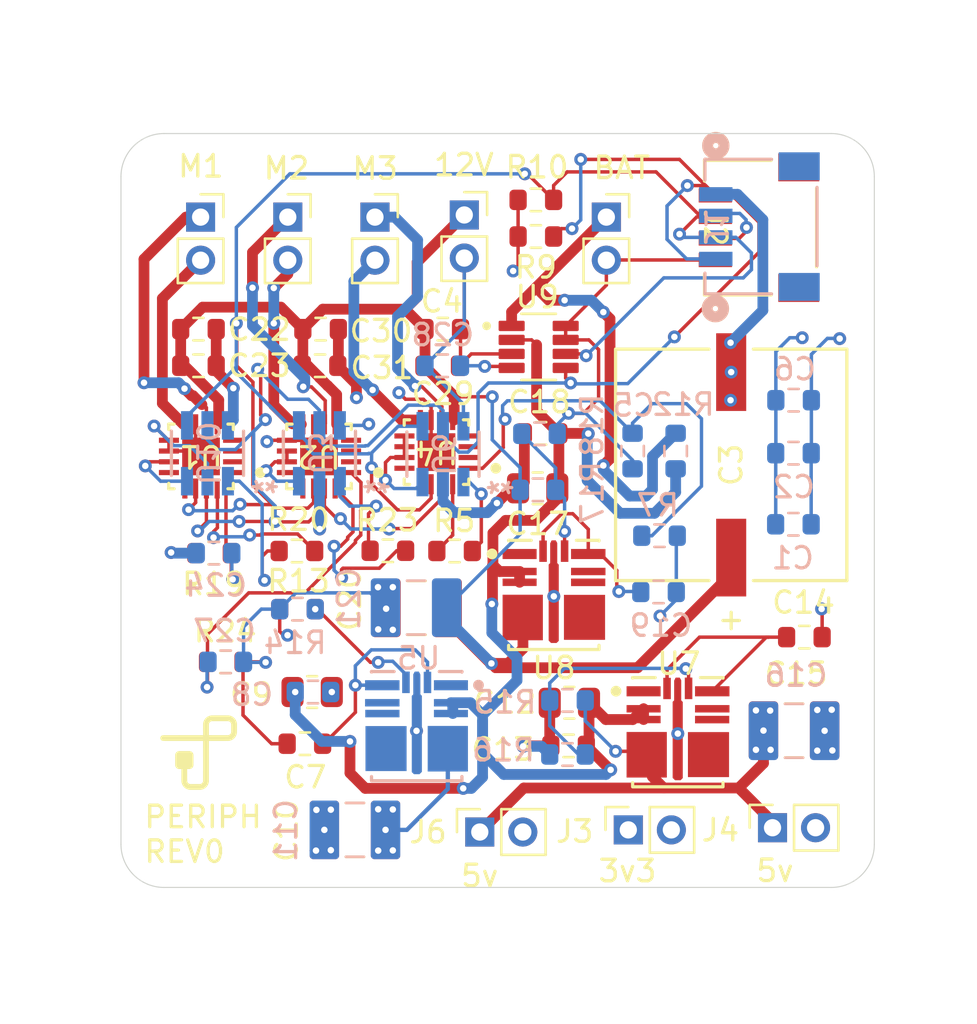
<source format=kicad_pcb>
(kicad_pcb (version 20241229) (generator "pcbnew") (generator_version "9.0")
  (layers (0 "F.Cu" signal) (4 "In1.Cu" signal) (6 "In2.Cu" signal) (2 "B.Cu" signal) (13 "F.Paste" user) (15 "B.Paste" user) (5 "F.SilkS" user "F.Silkscreen") (7 "B.SilkS" user "B.Silkscreen") (1 "F.Mask" user) (3 "B.Mask" user) (25 "Edge.Cuts" user))
  (net 0 "")
  (net 1 "3.3V")
  (net 2 "12V")
  (net 3 "Net-(U4-IPROPI)")
  (net 4 "Net-(U5-RT)")
  (net 5 "Voltage Out")
  (net 6 "Net-(U7-RT)")
  (net 7 "5V")
  (net 8 "Net-(U8-RT)")
  (net 9 "Net-(U1-IPROPI)")
  (net 10 "Net-(U2-IPROPI)")
  (net 11 "SDA")
  (net 12 "SCL")
  (net 13 "Battery In")
  (net 14 "Motor 1 Out 2")
  (net 15 "Motor 1 Out 1")
  (net 16 "Motor 2 Out 2")
  (net 17 "Motor 2 Out 1")
  (net 18 "Motor 3 Out 2")
  (net 19 "Motor 3 Out 1")
  (net 20 "DAC1 Out")
  (net 21 "Net-(U4-VREF)")
  (net 22 "Net-(U5-FB)")
  (net 23 "Net-(U7-FB)")
  (net 24 "Net-(U8-FB)")
  (net 25 "Net-(U1-VREF)")
  (net 26 "Net-(U2-VREF)")
  (net 54 "GND")
  (net 55 "DAC3 Out")
  (net 56 "DAC2 Out")
  (footprint "DRV8234RTER:RTE0016C-IPC_A" (layer "F.Cu") (at 103.118935 70.019468 180)
    (property "Reference" "U1")
    (property "Value" "DRV8234RTER" (hide yes))
  )
  (footprint "DRV8234RTER:RTE0016C-IPC_A" (layer "F.Cu") (at 114.059468 69.819468 180)
    (property "Reference" "U4")
    (property "Value" "DRV8234RTER" (hide yes))
  )
  (footprint "Resistor_SMD:R_0603_1608Metric" (layer "F.Cu") (at 103 64.11)
    (property "Reference" "C22")
    (property "Value" "47uF" (hide yes))
  )
  (footprint "Connector_PinSocket_2.00mm:PinSocket_1x02_P2.00mm_Vertical" (layer "F.Cu") (at 121.95 58.91)
    (property "Reference" "BAT")
    (property "Value" "Conn_01x02_Socket" (hide yes))
  )
  (footprint "Connector_PinSocket_2.00mm:PinSocket_1x02_P2.00mm_Vertical" (layer "F.Cu") (at 107.15 58.91)
    (property "Reference" "M2")
    (property "Value" "Conn_01x02_Socket" (hide yes))
  )
  (footprint "Resistor_SMD:R_0805_2012Metric" (layer "F.Cu") (at 120.232499 81.4575 180)
    (property "Reference" "C12")
    (property "Value" "4.7uF" (hide yes))
  )
  (footprint "Resistor_SMD:R_0603_1608Metric" (layer "F.Cu") (at 131.15 78.41)
    (property "Reference" "C14")
    (property "Value" "1uF" (hide yes))
  )
  (footprint "trellis_logo:logo" (layer "F.Cu") (at 103.01 83.77)
    (property "Reference" "g" (hide yes))
    (property "Value" "LOGO" (hide yes))
  )
  (footprint "TPSM33625RDNR:RDN0011A-MFG" (layer "F.Cu") (at 125.269999 82.887501)
    (property "Reference" "U7")
    (property "Value" "TPSM33625RDNR" (hide yes))
  )
  (footprint "Resistor_SMD:R_0805_2012Metric" (layer "F.Cu") (at 118.76 71.5 180)
    (property "Reference" "C17")
    (property "Value" "4.7uF")
  )
  (footprint "CL32B226KAJNNNE:CAPC3225X270N" (layer "F.Cu") (at 113.13 77.05 180)
    (property "Reference" "C20")
    (property "Value" "22uF" (hide yes))
  )
  (footprint "DRV8234RTER:RTE0016C-IPC_A" (layer "F.Cu") (at 108.600001 70.019467 180)
    (property "Reference" "U2")
    (property "Value" "DRV8234RTER" (hide yes))
  )
  (footprint "Resistor_SMD:R_0805_2012Metric" (layer "F.Cu") (at 108.282499 80.9575)
    (property "Reference" "C9")
    (property "Value" "4.7uF" (hide yes))
  )
  (footprint "Resistor_SMD:R_0603_1608Metric" (layer "F.Cu") (at 104.244999 79.5575)
    (property "Reference" "R24")
    (property "Value" "4.7k" (hide yes))
  )
  (footprint "Connector_PinSocket_2.00mm:PinSocket_1x02_P2.00mm_Vertical" (layer "F.Cu") (at 122.969999 87.3575 90)
    (property "Reference" "J3")
    (property "Value" "Conn_01x02_Socket" (hide yes))
  )
  (footprint "Resistor_SMD:R_0603_1608Metric" (layer "F.Cu") (at 120.194999 83.4575 180)
    (property "Reference" "C13")
    (property "Value" "0.1uF" (hide yes))
  )
  (footprint "Resistor_SMD:R_0603_1608Metric" (layer "F.Cu") (at 118.675 59.81 180)
    (property "Reference" "R9")
    (property "Value" "2.2k" (hide yes))
  )
  (footprint "Resistor_SMD:R_0603_1608Metric" (layer "F.Cu") (at 103 65.81)
    (property "Reference" "C23")
    (property "Value" "0.1uF" (hide yes))
  )
  (footprint "Resistor_SMD:R_0603_1608Metric" (layer "F.Cu") (at 107.575 74.41)
    (property "Reference" "R20")
    (property "Value" "10k" (hide yes))
  )
  (footprint "Resistor_SMD:R_0603_1608Metric" (layer "F.Cu") (at 103.7 74.51 180)
    (property "Reference" "R19")
    (property "Value" "4.7k" (hide yes))
  )
  (footprint "Resistor_SMD:R_0603_1608Metric" (layer "F.Cu") (at 118.675 58.11 180)
    (property "Reference" "R10")
    (property "Value" "2.2k" (hide yes))
  )
  (footprint "Connector_PinSocket_2.00mm:PinSocket_1x02_P2.00mm_Vertical" (layer "F.Cu") (at 129.669999 87.2575 90)
    (property "Reference" "J4")
    (property "Value" "Conn_01x02_Socket" (hide yes))
  )
  (footprint "Resistor_SMD:R_0603_1608Metric" (layer "F.Cu") (at 114.9 74.41 180)
    (property "Reference" "R5")
    (property "Value" "10k" (hide yes))
  )
  (footprint "Resistor_SMD:R_0603_1608Metric" (layer "F.Cu") (at 108.675 64.11)
    (property "Reference" "C30")
    (property "Value" "47uF" (hide yes))
  )
  (footprint "Resistor_SMD:R_0603_1608Metric" (layer "F.Cu") (at 118.92 68.95 180)
    (property "Reference" "C18")
    (property "Value" "0.1uF" (hide yes))
  )
  (footprint "Resistor_SMD:R_0603_1608Metric" (layer "F.Cu") (at 108.65 65.81)
    (property "Reference" "C31")
    (property "Value" "0.1uF" (hide yes))
  )
  (footprint "Connector_PinSocket_2.00mm:PinSocket_1x02_P2.00mm_Vertical" (layer "F.Cu") (at 111.2 58.91)
    (property "Reference" "M3")
    (property "Value" "Conn_01x02_Socket" (hide yes))
  )
  (footprint "CL32B226KAJNNNE:CAPC3225X270N" (layer "F.Cu") (at 110.269999 87.3575 180)
    (property "Reference" "C10")
    (property "Value" "22uF" (hide yes))
  )
  (footprint "EEH-ZA1H101P:PCAP_EEHZ_G_PAN-L" (layer "F.Cu") (at 127.75 70.4115 90)
    (property "Reference" "C3")
    (property "Value" "100uF" (hide yes))
  )
  (footprint "Resistor_SMD:R_0603_1608Metric" (layer "F.Cu") (at 114.3 65.81)
    (property "Reference" "C29")
    (property "Value" "47uF" (hide yes))
  )
  (footprint "TPSM33625RDNR:RDN0011A-MFG" (layer "F.Cu") (at 119.51 76.514999)
    (property "Reference" "U8")
    (property "Value" "TPSM33625RDNR" (hide yes))
  )
  (footprint "Resistor_SMD:R_0603_1608Metric" (layer "F.Cu") (at 107.6 77.11)
    (property "Reference" "R13")
    (property "Value" "23.2k" (hide yes))
  )
  (footprint "Connector_PinSocket_2.00mm:PinSocket_1x02_P2.00mm_Vertical" (layer "F.Cu") (at 115.35 58.81)
    (property "Reference" "12V")
    (property "Value" "Conn_01x02_Socket" (hide yes))
  )
  (footprint "Resistor_SMD:R_0603_1608Metric" (layer "F.Cu") (at 107.944999 83.3575 180)
    (property "Reference" "C7")
    (property "Value" "1uF" (hide yes))
  )
  (footprint "Resistor_SMD:R_0603_1608Metric" (layer "F.Cu") (at 114.35 64.11)
    (property "Reference" "C4")
    (property "Value" "0.1uF" (hide yes))
  )
  (footprint "Connector_PinSocket_2.00mm:PinSocket_1x02_P2.00mm_Vertical" (layer "F.Cu") (at 116.069999 87.4575 90)
    (property "Reference" "J6")
    (property "Value" "Conn_01x02_Socket" (hide yes))
  )
  (footprint "SM04B_SRSS_TB:CONN_SM04B-SRSS-TB_JST" (layer "F.Cu") (at 129.113499 59.399999 -90)
    (property "Reference" "J2")
    (property "Value" "JST SH 4 pin" (hide yes))
  )
  (footprint "Connector_PinSocket_2.00mm:PinSocket_1x02_P2.00mm_Vertical" (layer "F.Cu") (at 103.1 58.91)
    (property "Reference" "M1")
    (property "Value" "Conn_01x02_Socket" (hide yes))
  )
  (footprint "Resistor_SMD:R_0603_1608Metric" (layer "F.Cu") (at 111.8 74.4)
    (property "Reference" "R23")
    (property "Value" "10k" (hide yes))
  )
  (footprint "CL32B226KAJNNNE:CAPC3225X270N" (layer "F.Cu") (at 130.669999 82.7475)
    (property "Reference" "C15")
    (property "Value" "22uF" (hide yes))
  )
  (footprint "INA219BIDCNT:SOT65P280X145-8N" (layer "F.Cu") (at 118.805 64.935)
    (property "Reference" "U9")
    (property "Value" "INA219BIDCNT" (hide yes))
  )
  (footprint "Resistor_SMD:R_0603_1608Metric" (layer "B.Cu") (at 104.269999 79.5575)
    (property "Reference" "C27")
    (property "Value" "0.1uF" (hide yes))
  )
  (footprint "MCP4725A1T_E_CH:SOT-23-6_MC_MCH" (layer "B.Cu") (at 103.418936 69.874068 90)
    (property "Reference" "U10")
    (property "Value" "MCP4725A1T-E/CH" (hide yes))
  )
  (footprint "CL32B226KAJNNNE:CAPC3225X270N" (layer "B.Cu") (at 113.11 77.04 180)
    (property "Reference" "C21")
    (property "Value" "22uF" (hide yes))
  )
  (footprint "TPSM33625RDNR:RDN0011A-MFG" (layer "B.Cu") (at 113.14 82.607501 180)
    (property "Reference" "U5")
    (property "Value" "TPSM33625RDNR" (hide yes))
  )
  (footprint "Resistor_SMD:R_0603_1608Metric" (layer "B.Cu") (at 130.64 73.17)
    (property "Reference" "C1")
    (property "Value" "1.0µF" (hide yes))
  )
  (footprint "Resistor_SMD:R_0603_1608Metric" (layer "B.Cu") (at 118.768935 71.569468)
    (property "Reference" "R17")
    (property "Value" "110k" (hide yes))
  )
  (footprint "Resistor_SMD:R_0603_1608Metric" (layer "B.Cu") (at 124.42 73.7)
    (property "Reference" "R7")
    (property "Value" "4.7k" (hide yes))
  )
  (footprint "MCP4725A2T_E_CH:SOT-23-6_MC_MCH" (layer "B.Cu") (at 114.359468 69.914601 90)
    (property "Reference" "U6")
    (property "Value" "MCP4725A2T-E/CH" (hide yes))
  )
  (footprint "Resistor_SMD:R_0603_1608Metric" (layer "B.Cu") (at 114.35 65.81 180)
    (property "Reference" "C28")
    (property "Value" "0.1µF" (hide yes))
  )
  (footprint "Resistor_SMD:R_0603_1608Metric" (layer "B.Cu") (at 107.6 77.11 180)
    (property "Reference" "R14")
    (property "Value" "10k" (hide yes))
  )
  (footprint "MCP4725A1T_E_CH:SOT-23-6_MC_MCH" (layer "B.Cu") (at 108.618936 69.874068 90)
    (property "Reference" "U3")
    (property "Value" "MCP4725A1T-E/CH" (hide yes))
  )
  (footprint "CL32B226KAJNNNE:CAPC3225X270N" (layer "B.Cu") (at 130.669999 82.7575)
    (property "Reference" "C16")
    (property "Value" "22uF" (hide yes))
  )
  (footprint "Resistor_SMD:R_0603_1608Metric" (layer "B.Cu") (at 108.319999 80.9575)
    (property "Reference" "C8")
    (property "Value" "0.1uF" (hide yes))
  )
  (footprint "Resistor_SMD:R_0603_1608Metric" (layer "B.Cu") (at 103.725 74.51 180)
    (property "Reference" "C24")
    (property "Value" "0.1uF" (hide yes))
  )
  (footprint "Resistor_SMD:R_0603_1608Metric" (layer "B.Cu") (at 123.168935 69.769468 -90)
    (property "Reference" "C5")
    (property "Value" "0.1uF" (hide yes))
  )
  (footprint "Resistor_SMD:R_0603_1608Metric" (layer "B.Cu") (at 130.65 67.41)
    (property "Reference" "C6")
    (property "Value" "1.0µF" (hide yes))
  )
  (footprint "Resistor_SMD:R_0603_1608Metric" (layer "B.Cu") (at 120.144999 81.3475 180)
    (property "Reference" "R15")
    (property "Value" "40.2k" (hide yes))
  )
  (footprint "Resistor_SMD:R_0603_1608Metric" (layer "B.Cu") (at 120.144999 83.8575 180)
    (property "Reference" "R16")
    (property "Value" "10k" (hide yes))
  )
  (footprint "SM04B_SRSS_TB:CONN_SM04B-SRSS-TB_JST" (layer "B.Cu") (at 129.133499 59.349999 90)
    (property "Reference" "J1")
    (property "Value" "JST SH 4 pin" (hide yes))
  )
  (footprint "Resistor_SMD:R_0603_1608Metric" (layer "B.Cu") (at 125.168935 69.769468 90)
    (property "Reference" "R12")
    (property "Value" "0.05, 0.1%" (hide yes))
  )
  (footprint "Resistor_SMD:R_0603_1608Metric" (layer "B.Cu") (at 130.643935 69.869468)
    (property "Reference" "C2")
    (property "Value" "1.0µF" (hide yes))
  )
  (footprint "CL32B226KAJNNNE:CAPC3225X270N" (layer "B.Cu") (at 110.269999 87.3575 180)
    (property "Reference" "C11")
    (property "Value" "22uF" (hide yes))
  )
  (footprint "Resistor_SMD:R_0603_1608Metric" (layer "B.Cu") (at 118.843935 68.969468)
    (property "Reference" "R18")
    (property "Value" "10k" (hide yes))
  )
  (footprint "Resistor_SMD:R_0603_1608Metric" (layer "B.Cu") (at 124.375 76.31)
    (property "Reference" "C19")
    (property "Value" "1uF" (hide yes))
  )
  (gr_arc (start 134.4 88.03) (mid 133.814214 89.444214) (end 132.4 90.03) (stroke (width 0.05)) (layer "Edge.Cuts"))
  (gr_arc (start 132.4 55.03) (mid 133.814214 55.615786) (end 134.4 57.03) (stroke (width 0.05)) (layer "Edge.Cuts"))
  (gr_line (start 134.4 88.03) (end 134.4 57.03) (stroke (width 0.05)) (layer "Edge.Cuts"))
  (gr_arc (start 101.4 90.03) (mid 99.985786 89.444214) (end 99.4 88.03) (stroke (width 0.05)) (layer "Edge.Cuts"))
  (gr_line (start 99.4 57.03) (end 99.4 88.03) (stroke (width 0.05)) (layer "Edge.Cuts"))
  (gr_line (start 101.4 90.03) (end 132.4 90.03) (stroke (width 0.05)) (layer "Edge.Cuts"))
  (gr_arc (start 99.4 57.03) (mid 99.985786 55.615786) (end 101.4 55.03) (stroke (width 0.05)) (layer "Edge.Cuts"))
  (gr_line (start 132.4 55.03) (end 101.4 55.03) (stroke (width 0.05)) (layer "Edge.Cuts"))
  (gr_text "PERIPH \nREV0" (at 100.4 88.95 0) (layer "F.SilkS") (effects (font (size 1 1)) (justify left bottom)))
  (gr_text "5v" (at 115.11 90.08 0) (layer "F.SilkS") (effects (font (size 1 1)) (justify left bottom)))
  (gr_text "3v3" (at 121.5 89.85 0) (layer "F.SilkS") (effects (font (size 1 1)) (justify left bottom)))
  (gr_text "5v" (at 128.83 89.84 0) (layer "F.SilkS") (effects (font (size 1 1)) (justify left bottom)))
  (segment (start 111.69 70.301228) (end 111.69 71.12) (width 0.16) (layer "F.Cu") (net 1))
  (segment (start 117.85 59.81) (end 117.85 61.18) (width 0.16) (layer "F.Cu") (net 1))
  (segment (start 106.775 78.145) (end 106.775 77.11) (width 0.16) (layer "F.Cu") (net 1))
  (segment (start 116.3 65.84) (end 117.48 65.84) (width 0.16) (layer "F.Cu") (net 1))
  (segment (start 107.109468 69.769467) (end 107.109468 70.269467) (width 0.16) (layer "F.Cu") (net 1))
  (segment (start 128.46 59.56) (end 128.120002 59.899998) (width 0.16) (layer "F.Cu") (net 1))
  (segment (start 117.85 61.18) (end 117.62 61.41) (width 0.16) (layer "F.Cu") (net 1))
  (segment (start 107.109468 70.269467) (end 106.554467 70.269467) (width 0.16) (layer "F.Cu") (net 1))
  (segment (start 117.48 65.84) (end 117.55 65.91) (width 0.16) (layer "F.Cu") (net 1))
  (segment (start 112.568935 69.569468) (end 112.568935 70.069468) (width 0.16) (layer "F.Cu") (net 1))
  (segment (start 111.92176 70.069468) (end 111.69 70.301228) (width 0.16) (layer "F.Cu") (net 1))
  (segment (start 128.46 59.39) (end 128.46 59.56) (width 0.16) (layer "F.Cu") (net 1))
  (segment (start 117.85 58.11) (end 117.85 59.81) (width 0.16) (layer "F.Cu") (net 1))
  (segment (start 106.554467 70.269467) (end 106.143934 70.68) (width 0.16) (layer "F.Cu") (net 1))
  (segment (start 107.14 78.32) (end 106.95 78.32) (width 0.16) (layer "F.Cu") (net 1))
  (segment (start 112.568935 70.069468) (end 111.92176 70.069468) (width 0.16) (layer "F.Cu") (net 1))
  (segment (start 106.95 78.32) (end 106.775 78.145) (width 0.16) (layer "F.Cu") (net 1))
  (segment (start 100.720532 70.269468) (end 100.53 70.46) (width 0.16) (layer "F.Cu") (net 1))
  (segment (start 101.628402 70.269468) (end 100.720532 70.269468) (width 0.16) (layer "F.Cu") (net 1))
  (segment (start 128.120002 59.899998) (end 127.014999 59.899998) (width 0.16) (layer "F.Cu") (net 1))
  (segment (start 112.568935 69.069467) (end 112.568935 69.569468) (width 0.16) (layer "F.Cu") (net 1))
  (via (at 112.03 86.41) (size 0.6) (drill 0.3) (layers "F.Cu" "B.Cu") (net 1))
  (via (at 117.62 61.41) (size 0.6) (drill 0.3) (layers "F.Cu" "B.Cu") (net 1))
  (via (at 110.91 68.52) (size 0.6) (drill 0.3) (layers "F.Cu" "B.Cu") (net 1))
  (via (at 111.690999 87.3575) (size 0.6) (drill 0.3) (layers "F.Cu" "B.Cu") (net 1))
  (via (at 116.3 65.84) (size 0.6) (drill 0.3) (layers "F.Cu" "B.Cu") (net 1))
  (via (at 111.35 88.32) (size 0.6) (drill 0.3) (layers "F.Cu" "B.Cu") (net 1))
  (via (at 106.143934 70.68) (size 0.6) (drill 0.3) (layers "F.Cu" "B.Cu") (net 1))
  (via (at 128.46 59.39) (size 0.6) (drill 0.3) (layers "F.Cu" "B.Cu") (net 1))
  (via (at 111.69 71.12) (size 0.6) (drill 0.3) (layers "F.Cu" "B.Cu") (net 1))
  (via (at 131.05 64.51) (size 0.6) (drill 0.3) (layers "F.Cu" "B.Cu") (net 1))
  (via (at 112.03 88.31) (size 0.6) (drill 0.3) (layers "F.Cu" "B.Cu") (net 1))
  (via (at 111.35 86.4) (size 0.6) (drill 0.3) (layers "F.Cu" "B.Cu") (net 1))
  (via (at 100.53 70.46) (size 0.6) (drill 0.3) (layers "F.Cu" "B.Cu") (net 1))
  (via (at 107.14 78.32) (size 0.6) (drill 0.3) (layers "F.Cu" "B.Cu") (net 1))
  (segment (start 113.109468 71.51) (end 113.409467 71.210001) (width 0.16) (layer "B.Cu") (net 1))
  (segment (start 130.47 64.51) (end 129.825 65.155) (width 0.16) (layer "B.Cu") (net 1))
  (segment (start 106.633402 71.169468) (end 107.668935 71.169468) (width 0.16) (layer "B.Cu") (net 1))
  (segment (start 109.568937 68.578668) (end 110.851332 68.578668) (width 0.16) (layer "B.Cu") (net 1))
  (segment (start 114.584999 83.590001) (end 114.584999 85.455001) (width 0.2) (layer "B.Cu") (net 1))
  (segment (start 128.44 59.37) (end 128.44 59.03) (width 0.16) (layer "B.Cu") (net 1))
  (segment (start 128.44 59.03) (end 128.15 58.74) (width 0.16) (layer "B.Cu") (net 1))
  (segment (start 112.6825 87.3575) (end 111.690999 87.3575) (width 0.2) (layer "B.Cu") (net 1))
  (segment (start 129.818935 73.166065) (end 129.815 73.17) (width 0.16) (layer "B.Cu") (net 1))
  (segment (start 101.239468 71.169468) (end 102.468935 71.169468) (width 0.16) (layer "B.Cu") (net 1))
  (segment (start 110.851332 68.578668) (end 110.91 68.52) (width 0.16) (layer "B.Cu") (net 1))
  (segment (start 112.09 71.51) (end 113.109468 71.51) (width 0.16) (layer "B.Cu") (net 1))
  (segment (start 116.27 65.81) (end 115.175 65.81) (width 0.16) (layer "B.Cu") (net 1))
  (segment (start 110.91 68.52) (end 110.98 68.45) (width 0.16) (layer "B.Cu") (net 1))
  (segment (start 129.818935 69.869468) (end 129.818935 73.166065) (width 0.16) (layer "B.Cu") (net 1))
  (segment (start 129.825 67.41) (end 129.825 69.863403) (width 0.16) (layer "B.Cu") (net 1))
  (segment (start 116.3 65.84) (end 116.27 65.81) (width 0.16) (layer "B.Cu") (net 1))
  (segment (start 131.05 64.51) (end 130.47 64.51) (width 0.16) (layer "B.Cu") (net 1))
  (segment (start 111.7 71.12) (end 112.09 71.51) (width 0.16) (layer "B.Cu") (net 1))
  (segment (start 129.825 65.155) (end 129.825 67.41) (width 0.16) (layer "B.Cu") (net 1))
  (segment (start 100.53 70.46) (end 101.239468 71.169468) (width 0.16) (layer "B.Cu") (net 1))
  (segment (start 128.46 59.39) (end 128.44 59.37) (width 0.16) (layer "B.Cu") (net 1))
  (segment (start 114.584999 85.455001) (end 112.6825 87.3575) (width 0.2) (layer "B.Cu") (net 1))
  (segment (start 128.15 58.74) (end 127.144999 58.74) (width 0.16) (layer "B.Cu") (net 1))
  (segment (start 129.825 69.863403) (end 129.818935 69.869468) (width 0.16) (layer "B.Cu") (net 1))
  (segment (start 111.69 71.12) (end 111.7 71.12) (width 0.16) (layer "B.Cu") (net 1))
  (segment (start 127.144999 58.74) (end 127.034999 58.85) (width 0.16) (layer "B.Cu") (net 1))
  (segment (start 106.143934 70.68) (end 106.633402 71.169468) (width 0.16) (layer "B.Cu") (net 1))
  (segment (start 107.85 64.11) (end 108.776 63.184) (width 0.5) (layer "F.Cu") (net 2))
  (segment (start 116.65 67.25) (end 114.915 67.25) (width 0.16) (layer "F.Cu") (net 2))
  (segment (start 103.939576 67.399576) (end 103.939576 68.528935) (width 0.5) (layer "F.Cu") (net 2))
  (segment (start 108.776 63.184) (end 112.599 63.184) (width 0.5) (layer "F.Cu") (net 2))
  (segment (start 102.175 64.11) (end 103.195 63.09) (width 0.5) (layer "F.Cu") (net 2))
  (segment (start 116.811 79.83) (end 123.4 79.83) (width 0.5) (layer "F.Cu") (net 2))
  (segment (start 113.525 64.11) (end 113.525 65.76) (width 0.5) (layer "F.Cu") (net 2))
  (segment (start 102.35 65.81) (end 103.939576 67.399576) (width 0.5) (layer "F.Cu") (net 2))
  (segment (start 108.999804 66.736) (end 109.006 66.736) (width 0.5) (layer "F.Cu") (net 2))
  (segment (start 116.581 79.6) (end 116.540999 79.6) (width 0.5) (layer "F.Cu") (net 2))
  (segment (start 113.16 62.623) (end 112.599 63.184) (width 0.5) (layer "F.Cu") (net 2))
  (segment (start 107.85 65.785) (end 107.825 65.81) (width 0.5) (layer "F.Cu") (net 2))
  (segment (start 113.475 65.81) (end 114.4925 66.8275) (width 0.5) (layer "F.Cu") (net 2))
  (segment (start 102.175 65.81) (end 102.35 65.81) (width 0.5) (layer "F.Cu") (net 2))
  (segment (start 116.540999 79.6) (end 114.551 77.610001) (width 0.5) (layer "F.Cu") (net 2))
  (segment (start 107.85 64.11) (end 107.85 65.785) (width 0.5) (layer "F.Cu") (net 2))
  (segment (start 118.075 78.945) (end 118.075 78.261363) (width 0.5) (layer "F.Cu") (net 2))
  (segment (start 127.75 75.48) (end 127.75 74.7168) (width 0.5) (layer "F.Cu") (net 2))
  (segment (start 109.006 66.736) (end 109.420642 67.150642) (width 0.5) (layer "F.Cu") (net 2))
  (segment (start 113.16 61) (end 113.16 62.623) (width 0.5) (layer "F.Cu") (net 2))
  (segment (start 112.599 63.184) (end 113.525 64.11) (width 0.5) (layer "F.Cu") (net 2))
  (segment (start 106.83 63.09) (end 107.85 64.11) (width 0.5) (layer "F.Cu") (net 2))
  (segment (start 114.4925 66.8275) (end 114.880109 67.215109) (width 0.5) (layer "F.Cu") (net 2))
  (segment (start 116.611 79.63) (end 116.581 79.6) (width 0.5) (layer "F.Cu") (net 2))
  (segment (start 108.624 66.360196) (end 108.999804 66.736) (width 0.5) (layer "F.Cu") (net 2))
  (segment (start 108.08 65.81) (end 108.624 66.354) (width 0.5) (layer "F.Cu") (net 2))
  (segment (start 115.35 58.81) (end 113.16 61) (width 0.5) (layer "F.Cu") (net 2))
  (segment (start 113.525 65.76) (end 113.475 65.81) (width 0.5) (layer "F.Cu") (net 2))
  (segment (start 114.880109 67.215109) (end 114.880109 68.328935) (width 0.5) (layer "F.Cu") (net 2))
  (segment (start 114.915 67.25) (end 114.4925 66.8275) (width 0.16) (layer "F.Cu") (net 2))
  (segment (start 109.420642 67.150642) (end 109.420642 68.528934) (width 0.5) (layer "F.Cu") (net 2))
  (segment (start 102.175 64.11) (end 102.175 65.81) (width 0.5) (layer "F.Cu") (net 2))
  (segment (start 116.611 79.63) (end 116.811 79.83) (width 0.5) (layer "F.Cu") (net 2))
  (segment (start 117.39 79.63) (end 118.075 78.945) (width 0.5) (layer "F.Cu") (net 2))
  (segment (start 116.611 79.63) (end 117.39 79.63) (width 0.5) (layer "F.Cu") (net 2))
  (segment (start 103.195 63.09) (end 106.83 63.09) (width 0.5) (layer "F.Cu") (net 2))
  (segment (start 114.551 77.610001) (end 114.551 77.05) (width 0.5) (layer "F.Cu") (net 2))
  (segment (start 108.624 66.354) (end 108.624 66.360196) (width 0.5) (layer "F.Cu") (net 2))
  (segment (start 107.825 65.81) (end 108.08 65.81) (width 0.5) (layer "F.Cu") (net 2))
  (segment (start 123.4 79.83) (end 127.75 75.48) (width 0.5) (layer "F.Cu") (net 2))
  (via (at 116.611 79.63) (size 0.6) (drill 0.3) (layers "F.Cu" "B.Cu") (net 2))
  (via (at 116.65 67.25) (size 0.6) (drill 0.3) (layers "F.Cu" "B.Cu") (net 2))
  (segment (start 117.943935 71.569468) (end 117.943935 73.627065) (width 0.16) (layer "B.Cu") (net 2))
  (segment (start 116.65 69.25) (end 116.65 67.25) (width 0.16) (layer "B.Cu") (net 2))
  (segment (start 117.943935 70.543935) (end 116.65 69.25) (width 0.16) (layer "B.Cu") (net 2))
  (segment (start 117.943935 73.627065) (end 114.531 77.04) (width 0.16) (layer "B.Cu") (net 2))
  (segment (start 117.943935 71.569468) (end 117.943935 70.543935) (width 0.16) (layer "B.Cu") (net 2))
  (segment (start 114.531 77.55) (end 114.531 77.04) (width 0.5) (layer "B.Cu") (net 2))
  (segment (start 116.611 79.63) (end 114.531 77.55) (width 0.5) (layer "B.Cu") (net 2))
  (segment (start 117.16 69.606642) (end 116.197176 70.569466) (width 0.16) (layer "F.Cu") (net 3))
  (segment (start 116.197176 70.569466) (end 115.550001 70.569466) (width 0.16) (layer "F.Cu") (net 3))
  (segment (start 117.245371 68.292899) (end 117.16 68.37827) (width 0.16) (layer "F.Cu") (net 3))
  (segment (start 117.16 68.37827) (end 117.16 69.606642) (width 0.16) (layer "F.Cu") (net 3))
  (via (at 117.245371 68.292899) (size 0.6) (drill 0.3) (layers "F.Cu" "B.Cu") (net 3))
  (segment (start 126.37 68.27) (end 126.37 71.4) (width 0.16) (layer "B.Cu") (net 3))
  (segment (start 123.168935 68.944468) (end 123.168935 68.471065) (width 0.16) (layer "B.Cu") (net 3))
  (segment (start 126.37 71.4) (end 124.07 73.7) (width 0.16) (layer "B.Cu") (net 3))
  (segment (start 117.13 67.66) (end 117.13 68.177528) (width 0.16) (layer "B.Cu") (net 3))
  (segment (start 124.07 73.7) (end 123.595 73.7) (width 0.16) (layer "B.Cu") (net 3))
  (segment (start 117.353936 67.436064) (end 117.13 67.66) (width 0.16) (layer "B.Cu") (net 3))
  (segment (start 123.168935 68.471065) (end 124.07 67.57) (width 0.16) (layer "B.Cu") (net 3))
  (segment (start 123.168935 68.944468) (end 121.660531 67.436064) (width 0.16) (layer "B.Cu") (net 3))
  (segment (start 124.07 67.57) (end 125.67 67.57) (width 0.16) (layer "B.Cu") (net 3))
  (segment (start 117.13 68.177528) (end 117.245371 68.292899) (width 0.16) (layer "B.Cu") (net 3))
  (segment (start 125.67 67.57) (end 126.37 68.27) (width 0.16) (layer "B.Cu") (net 3))
  (segment (start 121.660531 67.436064) (end 117.353936 67.436064) (width 0.16) (layer "B.Cu") (net 3))
  (segment (start 108.769999 83.3575) (end 108.8075 83.3575) (width 0.16) (layer "F.Cu") (net 4))
  (segment (start 108.8075 83.3575) (end 108.82 83.37) (width 0.16) (layer "F.Cu") (net 4))
  (segment (start 108.82 83.37) (end 110.29 81.9) (width 0.16) (layer "F.Cu") (net 4))
  (segment (start 110.29 81.9) (end 110.29 80.64) (width 0.16) (layer "F.Cu") (net 4))
  (via (at 110.29 80.64) (size 0.6) (drill 0.3) (layers "F.Cu" "B.Cu") (net 4))
  (segment (start 113.639999 79.569999) (end 113.07 79) (width 0.16) (layer "B.Cu") (net 4))
  (segment (start 110.29 79.74) (end 110.29 80.64) (width 0.16) (layer "B.Cu") (net 4))
  (segment (start 110.29 80.64) (end 111.537249 80.64) (width 0.16) (layer "B.Cu") (net 4))
  (segment (start 113.639999 80.512502) (end 113.639999 79.569999) (width 0.16) (layer "B.Cu") (net 4))
  (segment (start 111.537249 80.64) (end 111.54 80.642751) (width 0.16) (layer "B.Cu") (net 4))
  (segment (start 111.03 79) (end 110.29 79.74) (width 0.16) (layer "B.Cu") (net 4))
  (segment (start 113.07 79) (end 111.03 79) (width 0.16) (layer "B.Cu") (net 4))
  (segment (start 116.68 75.064196) (end 116.68 73.58) (width 0.5) (layer "F.Cu") (net 5))
  (segment (start 122.132499 84.57) (end 121.019999 83.4575) (width 0.5) (layer "F.Cu") (net 5))
  (segment (start 118.48 64.61) (end 118.71 64.84) (width 0.16) (layer "F.Cu") (net 5))
  (segment (start 116.978304 75.3625) (end 116.68 75.064196) (width 0.5) (layer "F.Cu") (net 5))
  (segment (start 116.66 76.839999) (end 116.66 75.084196) (width 0.5) (layer "F.Cu") (net 5))
  (segment (start 121.144999 81.4575) (end 121.144999 83.3325) (width 0.5) (layer "F.Cu") (net 5))
  (segment (start 115.3 85.43) (end 110.75 85.43) (width 0.5) (layer "F.Cu") (net 5))
  (segment (start 117.55 64.61) (end 118.48 64.61) (width 0.16) (layer "F.Cu") (net 5))
  (segment (start 123.679999 81.735002) (end 123.18 82.235001) (width 0.5) (layer "F.Cu") (net 5))
  (segment (start 118.71 67.915) (end 118.71 64.84) (width 0.5) (layer "F.Cu") (net 5))
  (segment (start 118.67 72.99) (end 119.6725 71.9875) (width 0.5) (layer "F.Cu") (net 5))
  (segment (start 123.679999 81.735002) (end 123.679999 82.235001) (width 0.5) (layer "F.Cu") (net 5))
  (segment (start 117.27 72.99) (end 118.67 72.99) (width 0.5) (layer "F.Cu") (net 5))
  (segment (start 110.04 84.72) (end 110.04 83.25) (width 0.5) (layer "F.Cu") (net 5))
  (segment (start 107.369999 80.9575) (end 107.494999 80.9575) (width 0.5) (layer "F.Cu") (net 5))
  (segment (start 121.9225 82.235001) (end 121.144999 81.4575) (width 0.5) (layer "F.Cu") (net 5))
  (segment (start 119.745 71.4275) (end 119.6725 71.5) (width 0.5) (layer "F.Cu") (net 5))
  (segment (start 119.745 68.95) (end 121.1 68.95) (width 0.5) (layer "F.Cu") (net 5))
  (segment (start 117.92 75.3625) (end 117.92 75.862499) (width 0.5) (layer "F.Cu") (net 5))
  (segment (start 110.18 84.86) (end 110.04 84.72) (width 0.5) (layer "F.Cu") (net 5))
  (segment (start 122.15 84.57) (end 122.132499 84.57) (width 0.5) (layer "F.Cu") (net 5))
  (segment (start 123.18 82.235001) (end 121.9225 82.235001) (width 0.5) (layer "F.Cu") (net 5))
  (segment (start 116.68 73.58) (end 117.27 72.99) (width 0.5) (layer "F.Cu") (net 5))
  (segment (start 119.745 68.95) (end 119.745 71.4275) (width 0.5) (layer "F.Cu") (net 5))
  (segment (start 119.6725 71.9875) (end 119.6725 71.5) (width 0.5) (layer "F.Cu") (net 5))
  (segment (start 117.92 75.3625) (end 116.978304 75.3625) (width 0.5) (layer "F.Cu") (net 5))
  (segment (start 121.144999 83.3325) (end 121.019999 83.4575) (width 0.5) (layer "F.Cu") (net 5))
  (segment (start 116.629999 76.87) (end 116.66 76.839999) (width 0.5) (layer "F.Cu") (net 5))
  (segment (start 116.66 75.084196) (end 116.68 75.064196) (width 0.5) (layer "F.Cu") (net 5))
  (segment (start 121.1 68.95) (end 121.11 68.96) (width 0.5) (layer "F.Cu") (net 5))
  (segment (start 110.75 85.43) (end 110.18 84.86) (width 0.5) (layer "F.Cu") (net 5))
  (segment (start 119.745 68.95) (end 118.71 67.915) (width 0.5) (layer "F.Cu") (net 5))
  (via (at 107.494999 80.9575) (size 0.6) (drill 0.3) (layers "F.Cu" "B.Cu") (net 5))
  (via (at 115.3 85.43) (size 0.6) (drill 0.3) (layers "F.Cu" "B.Cu") (net 5))
  (via (at 122.15 84.57) (size 0.6) (drill 0.3) (layers "F.Cu" "B.Cu") (net 5))
  (via (at 110.04 83.25) (size 0.6) (drill 0.3) (layers "F.Cu" "B.Cu") (net 5))
  (via (at 121.11 68.96) (size 0.6) (drill 0.3) (layers "F.Cu" "B.Cu") (net 5))
  (via (at 116.629999 76.87) (size 0.6) (drill 0.3) (layers "F.Cu" "B.Cu") (net 5))
  (segment (start 116.2 82.310503) (end 116.2 84.91) (width 0.5) (layer "B.Cu") (net 5))
  (segment (start 121.06 69.01) (end 121.06 71.13) (width 0.5) (layer "B.Cu") (net 5))
  (segment (start 117.8 80.42) (end 116.2 82.02) (width 0.5) (layer "B.Cu") (net 5))
  (segment (start 114.73 81.455002) (end 115.635002 81.455002) (width 0.5) (layer "B.Cu") (net 5))
  (segment (start 108.73 83.25) (end 107.494999 82.014999) (width 0.5) (layer "B.Cu") (net 5))
  (segment (start 116.2 84.91) (end 115.68 85.43) (width 0.5) (layer "B.Cu") (net 5))
  (segment (start 115.635002 81.455002) (end 116.2 82.02) (width 0.5) (layer "B.Cu") (net 5))
  (segment (start 117.8 79.38) (end 117.8 80.42) (width 0.5) (layer "B.Cu") (net 5))
  (segment (start 121.06 71.13) (end 122.59 72.66) (width 0.5) (layer "B.Cu") (net 5))
  (segment (start 125.168935 71.681065) (end 125.168935 70.594468) (width 0.5) (layer "B.Cu") (net 5))
  (segment (start 114.73 81.455002) (end 114.815999 81.541001) (width 0.5) (layer "B.Cu") (net 5))
  (segment (start 121.9365 84.7835) (end 122.15 84.57) (width 0.5) (layer "B.Cu") (net 5))
  (segment (start 122.59 72.66) (end 124.19 72.66) (width 0.5) (layer "B.Cu") (net 5))
  (segment (start 124.19 72.66) (end 125.168935 71.681065) (width 0.5) (layer "B.Cu") (net 5))
  (segment (start 116.629999 78.209999) (end 117.8 79.38) (width 0.5) (layer "B.Cu") (net 5))
  (segment (start 117.1835 84.7835) (end 121.9365 84.7835) (width 0.5) (layer "B.Cu") (net 5))
  (segment (start 116.2 83.8) (end 117.1835 84.7835) (width 0.5) (layer "B.Cu") (net 5))
  (segment (start 107.494999 82.014999) (end 107.494999 80.9575) (width 0.5) (layer "B.Cu") (net 5))
  (segment (start 110.04 83.25) (end 108.73 83.25) (width 0.5) (layer "B.Cu") (net 5))
  (segment (start 121.11 68.96) (end 121.06 69.01) (width 0.5) (layer "B.Cu") (net 5))
  (segment (start 115.68 85.43) (end 115.3 85.43) (width 0.5) (layer "B.Cu") (net 5))
  (segment (start 116.2 82.02) (end 116.2 82.310503) (width 0.5) (layer "B.Cu") (net 5))
  (segment (start 116.2 82.310503) (end 116.2 83.8) (width 0.5) (layer "B.Cu") (net 5))
  (segment (start 114.815999 81.541001) (end 114.815999 81.955001) (width 0.5) (layer "B.Cu") (net 5))
  (segment (start 116.629999 76.87) (end 116.629999 78.209999) (width 0.5) (layer "B.Cu") (net 5))
  (segment (start 126.279001 78.41) (end 129.49 78.41) (width 0.16) (layer "F.Cu") (net 6))
  (segment (start 124.77 79.919001) (end 126.279001 78.41) (width 0.16) (layer "F.Cu") (net 6))
  (segment (start 129.38275 78.41) (end 129.49 78.41) (width 0.16) (layer "F.Cu") (net 6))
  (segment (start 124.77 80.792502) (end 124.77 79.919001) (width 0.16) (layer "F.Cu") (net 6))
  (segment (start 126.869999 80.922751) (end 129.38275 78.41) (width 0.16) (layer "F.Cu") (net 6))
  (segment (start 129.49 78.41) (end 130.325 78.41) (width 0.16) (layer "F.Cu") (net 6))
  (segment (start 129.669999 86.982504) (end 129.669999 87.2575) (width 0.5) (layer "F.Cu") (net 7))
  (segment (start 128.100996 85.413501) (end 124.614635 85.413501) (width 0.5) (layer "F.Cu") (net 7))
  (segment (start 129.248999 82.7475) (end 129.248999 84.265498) (width 0.5) (layer "F.Cu") (net 7))
  (segment (start 129.248999 84.265498) (end 128.100996 85.413501) (width 0.5) (layer "F.Cu") (net 7))
  (segment (start 123.016555 83.71) (end 123.039055 83.6875) (width 0.16) (layer "F.Cu") (net 7))
  (segment (start 122.38 83.71) (end 123.016555 83.71) (width 0.16) (layer "F.Cu") (net 7))
  (segment (start 118.113998 85.413501) (end 124.614635 85.413501) (width 0.5) (layer "F.Cu") (net 7))
  (segment (start 128.100996 85.413501) (end 129.669999 86.982504) (width 0.5) (layer "F.Cu") (net 7))
  (segment (start 124.614635 85.413501) (end 124.084998 84.883864) (width 0.5) (layer "F.Cu") (net 7))
  (segment (start 116.069999 87.4575) (end 118.113998 85.413501) (width 0.5) (layer "F.Cu") (net 7))
  (via (at 129.56 81.82) (size 0.6) (drill 0.3) (layers "F.Cu" "B.Cu") (net 7))
  (via (at 122.38 83.71) (size 0.6) (drill 0.3) (layers "F.Cu" "B.Cu") (net 7))
  (via (at 128.9 81.81) (size 0.6) (drill 0.3) (layers "F.Cu" "B.Cu") (net 7))
  (via (at 129.248999 82.7475) (size 0.6) (drill 0.3) (layers "F.Cu" "B.Cu") (net 7))
  (via (at 128.9 83.64) (size 0.6) (drill 0.3) (layers "F.Cu" "B.Cu") (net 7))
  (via (at 129.58 83.64) (size 0.6) (drill 0.3) (layers "F.Cu" "B.Cu") (net 7))
  (segment (start 120.969999 81.3475) (end 120.969999 82.299999) (width 0.16) (layer "B.Cu") (net 7))
  (segment (start 120.969999 82.299999) (end 122.38 83.71) (width 0.16) (layer "B.Cu") (net 7))
  (segment (start 119.010001 74.42) (end 119.010001 73.549999) (width 0.16) (layer "F.Cu") (net 8))
  (segment (start 120.39 72.68) (end 121.11 73.4) (width 0.16) (layer "F.Cu") (net 8))
  (segment (start 119.010001 73.549999) (end 119.88 72.68) (width 0.16) (layer "F.Cu") (net 8))
  (segment (start 121.11 74.550249) (end 121.67525 74.550249) (width 0.16) (layer "F.Cu") (net 8))
  (segment (start 122.435001 75.31) (end 122.435001 76.195001) (width 0.16) (layer "F.Cu") (net 8))
  (segment (start 121.11 73.4) (end 121.11 74.550249) (width 0.16) (layer "F.Cu") (net 8))
  (segment (start 122.435001 76.195001) (end 122.53 76.29) (width 0.16) (layer "F.Cu") (net 8))
  (segment (start 119.88 72.68) (end 120.39 72.68) (width 0.16) (layer "F.Cu") (net 8))
  (segment (start 121.67525 74.550249) (end 122.435001 75.31) (width 0.16) (layer "F.Cu") (net 8))
  (via (at 122.53 76.29) (size 0.6) (drill 0.3) (layers "F.Cu" "B.Cu") (net 8))
  (segment (start 123.53 76.29) (end 123.55 76.31) (width 0.16) (layer "B.Cu") (net 8))
  (segment (start 122.53 76.29) (end 123.53 76.29) (width 0.16) (layer "B.Cu") (net 8))
  (segment (start 104.525 75.665) (end 104.59 75.73) (width 0.16) (layer "F.Cu") (net 9))
  (segment (start 104.525 74.51) (end 104.525 75.665) (width 0.16) (layer "F.Cu") (net 9))
  (segment (start 104.609468 70.769466) (end 104.28 71.098934) (width 0.16) (layer "F.Cu") (net 9))
  (segment (start 104.28 71.098934) (end 104.28 74.265) (width 0.16) (layer "F.Cu") (net 9))
  (segment (start 104.28 74.265) (end 104.525 74.51) (width 0.16) (layer "F.Cu") (net 9))
  (via (at 104.59 75.73) (size 0.6) (drill 0.3) (layers "F.Cu" "B.Cu") (net 9))
  (segment (start 104.55 74.51) (end 104.55 75.69) (width 0.16) (layer "B.Cu") (net 9))
  (segment (start 104.55 75.69) (end 104.59 75.73) (width 0.16) (layer "B.Cu") (net 9))
  (segment (start 103.419999 79.5575) (end 103.419999 80.710001) (width 0.16) (layer "F.Cu") (net 10))
  (segment (start 110.55 71.228931) (end 110.55 72.518783) (width 0.16) (layer "F.Cu") (net 10))
  (segment (start 107.956 76.354) (end 105.336 76.354) (width 0.16) (layer "F.Cu") (net 10))
  (segment (start 110.294 73.920222) (end 110.294 74.016) (width 0.16) (layer "F.Cu") (net 10))
  (segment (start 110.294 74.016) (end 107.956 76.354) (width 0.16) (layer "F.Cu") (net 10))
  (segment (start 105.336 76.354) (end 103.419999 78.270001) (width 0.16) (layer "F.Cu") (net 10))
  (segment (start 110.539 72.529784) (end 110.539 73.675222) (width 0.16) (layer "F.Cu") (net 10))
  (segment (start 110.090534 70.769465) (end 110.55 71.228931) (width 0.16) (layer "F.Cu") (net 10))
  (segment (start 110.55 72.518783) (end 110.539 72.529784) (width 0.16) (layer "F.Cu") (net 10))
  (segment (start 110.539 73.675222) (end 110.294 73.920222) (width 0.16) (layer "F.Cu") (net 10))
  (segment (start 103.419999 78.270001) (end 103.419999 79.5575) (width 0.16) (layer "F.Cu") (net 10))
  (segment (start 103.419999 80.710001) (end 103.4 80.73) (width 0.16) (layer "F.Cu") (net 10))
  (via (at 103.4 80.73) (size 0.6) (drill 0.3) (layers "F.Cu" "B.Cu") (net 10))
  (segment (start 103.4 79.602499) (end 103.444999 79.5575) (width 0.16) (layer "B.Cu") (net 10))
  (segment (start 103.4 80.73) (end 103.4 79.602499) (width 0.16) (layer "B.Cu") (net 10))
  (segment (start 105.243711 72.256532) (end 106.426532 72.256532) (width 0.16) (layer "F.Cu") (net 11))
  (segment (start 106.39 72.22) (end 106.426532 72.256532) (width 0.16) (layer "F.Cu") (net 11))
  (segment (start 119.5 57.44) (end 120.13 56.81) (width 0.16) (layer "F.Cu") (net 11))
  (segment (start 112.248341 72.5) (end 111.043669 71.295328) (width 0.16) (layer "F.Cu") (net 11))
  (segment (start 106.426532 72.256532) (end 105.53 71.36) (width 0.16) (layer "F.Cu") (net 11))
  (segment (start 108.087173 72.42) (end 106.59 72.42) (width 0.16) (layer "F.Cu") (net 11))
  (segment (start 120.928426 65.26) (end 121.01 65.341574) (width 0.16) (layer "F.Cu") (net 11))
  (segment (start 105.227922 72.240743) (end 105.243711 72.256532) (width 0.16) (layer "F.Cu") (net 11))
  (segment (start 105.53 66.57) (end 104.78 65.82) (width 0.16) (layer "F.Cu") (net 11))
  (segment (start 120.13 56.81) (end 124.2581 56.81) (width 0.16) (layer "F.Cu") (net 11))
  (segment (start 124.2581 56.81) (end 126.3481 58.9) (width 0.16) (layer "F.Cu") (net 11))
  (segment (start 105.53 71.36) (end 105.53 66.57) (width 0.16) (layer "F.Cu") (net 11))
  (segment (start 104.933265 72.240743) (end 105.227922 72.240743) (width 0.16) (layer "F.Cu") (net 11))
  (segment (start 113.809468 71.310001) (end 113.809468 71.957173) (width 0.16) (layer "F.Cu") (net 11))
  (segment (start 113.266641 72.5) (end 112.248341 72.5) (width 0.16) (layer "F.Cu") (net 11))
  (segment (start 104.78 63.86) (end 104.76 63.84) (width 0.16) (layer "F.Cu") (net 11))
  (segment (start 111.043669 71.295328) (end 111.043669 70.539167) (width 0.16) (layer "F.Cu") (net 11))
  (segment (start 125.35 59.7) (end 126.15 58.9) (width 0.16) (layer "F.Cu") (net 11))
  (segment (start 106.59 72.42) (end 106.39 72.22) (width 0.16) (layer "F.Cu") (net 11))
  (segment (start 119.5 58.11) (end 119.5 57.44) (width 0.16) (layer "F.Cu") (net 11))
  (segment (start 126.3481 58.9) (end 127.014999 58.9) (width 0.16) (layer "F.Cu") (net 11))
  (segment (start 108.350001 71.51) (end 108.350001 72.157172) (width 0.16) (layer "F.Cu") (net 11))
  (segment (start 104.78 65.82) (end 104.78 63.86) (width 0.16) (layer "F.Cu") (net 11))
  (segment (start 102.868935 72.161065) (end 102.868935 71.510001) (width 0.16) (layer "F.Cu") (net 11))
  (segment (start 120.06 65.26) (end 120.928426 65.26) (width 0.16) (layer "F.Cu") (net 11))
  (segment (start 108.350001 72.157172) (end 108.087173 72.42) (width 0.16) (layer "F.Cu") (net 11))
  (segment (start 118.29 56.9) (end 119.5 58.11) (width 0.16) (layer "F.Cu") (net 11))
  (segment (start 126.15 58.9) (end 127.014999 58.9) (width 0.16) (layer "F.Cu") (net 11))
  (segment (start 118.16 56.9) (end 118.29 56.9) (width 0.16) (layer "F.Cu") (net 11))
  (segment (start 113.809468 71.957173) (end 113.266641 72.5) (width 0.16) (layer "F.Cu") (net 11))
  (segment (start 102.54 72.49) (end 102.868935 72.161065) (width 0.16) (layer "F.Cu") (net 11))
  (via (at 104.933265 72.240743) (size 0.6) (drill 0.3) (layers "F.Cu" "B.Cu") (net 11))
  (via (at 104.76 63.84) (size 0.6) (drill 0.3) (layers "F.Cu" "B.Cu") (net 11))
  (via (at 121.01 65.341574) (size 0.6) (drill 0.3) (layers "F.Cu" "B.Cu") (net 11))
  (via (at 102.54 72.49) (size 0.6) (drill 0.3) (layers "F.Cu" "B.Cu") (net 11))
  (via (at 118.16 56.9) (size 0.6) (drill 0.3) (layers "F.Cu" "B.Cu") (net 11))
  (via (at 111.043669 70.539167) (size 0.6) (drill 0.3) (layers "F.Cu" "B.Cu") (net 11))
  (via (at 125.35 59.7) (size 0.6) (drill 0.3) (layers "F.Cu" "B.Cu") (net 11))
  (segment (start 113.409467 68.619201) (end 112.281331 68.619201) (width 0.16) (layer "B.Cu") (net 11))
  (segment (start 128.31 61.73) (end 128.69 61.35) (width 0.16) (layer "B.Cu") (net 11))
  (segment (start 127.969699 59.849998) (end 127.034999 59.849998) (width 0.16) (layer "B.Cu") (net 11))
  (segment (start 124.621574 61.73) (end 128.31 61.73) (width 0.16) (layer "B.Cu") (net 11))
  (segment (start 111.043669 70.539167) (end 111.043669 69.905274) (width 0.16) (layer "B.Cu") (net 11))
  (segment (start 128.69 61.35) (end 128.69 60.570299) (width 0.16) (layer "B.Cu") (net 11))
  (segment (start 102.468935 68.151065) (end 104.76 65.86) (width 0.16) (layer "B.Cu") (net 11))
  (segment (start 121.01 65.341574) (end 124.621574 61.73) (width 0.16) (layer "B.Cu") (net 11))
  (segment (start 104.76 66.12) (end 104.76 65.53) (width 0.16) (layer "B.Cu") (net 11))
  (segment (start 107.218668 68.578668) (end 104.76 66.12) (width 0.16) (layer "B.Cu") (net 11))
  (segment (start 110.889999 69.9) (end 108.33 69.9) (width 0.16) (layer "B.Cu") (net 11))
  (segment (start 104.933265 72.240743) (end 104.889257 72.240743) (width 0.16) (layer "B.Cu") (net 11))
  (segment (start 102.633791 72.54) (end 102.54 72.633791) (width 0.16) (layer "B.Cu") (net 11))
  (segment (start 110.908932 69.881068) (end 110.889999 69.9) (width 0.16) (layer "B.Cu") (net 11))
  (segment (start 125.499998 59.849998) (end 125.35 59.7) (width 0.16) (layer "B.Cu") (net 11))
  (segment (start 128.69 60.570299) (end 127.969699 59.849998) (width 0.16) (layer "B.Cu") (net 11))
  (segment (start 111.019463 69.881068) (end 110.908932 69.881068) (width 0.16) (layer "B.Cu") (net 11))
  (segment (start 107.668935 68.968935) (end 107.668935 68.578668) (width 0.16) (layer "B.Cu") (net 11))
  (segment (start 112.281331 68.619201) (end 111.019463 69.881068) (width 0.16) (layer "B.Cu") (net 11))
  (segment (start 104.76 63.84) (end 104.76 59.388) (width 0.16) (layer "B.Cu") (net 11))
  (segment (start 104.889257 72.240743) (end 104.59 72.54) (width 0.16) (layer "B.Cu") (net 11))
  (segment (start 102.468935 68.578668) (end 102.468935 68.151065) (width 0.16) (layer "B.Cu") (net 11))
  (segment (start 108.33 69.9) (end 108.058536 69.628536) (width 0.16) (layer "B.Cu") (net 11))
  (segment (start 111.043669 69.905274) (end 111.019463 69.881068) (width 0.16) (layer "B.Cu") (net 11))
  (segment (start 104.76 65.53) (end 104.76 65.86) (width 0.16) (layer "B.Cu") (net 11))
  (segment (start 108.058536 69.628536) (end 108.058536 69.358536) (width 0.16) (layer "B.Cu") (net 11))
  (segment (start 107.668935 68.578668) (end 107.218668 68.578668) (width 0.16) (layer "B.Cu") (net 11))
  (segment (start 102.54 72.633791) (end 102.54 72.49) (width 0.16) (layer "B.Cu") (net 11))
  (segment (start 107.248 56.9) (end 118.16 56.9) (width 0.16) (layer "B.Cu") (net 11))
  (segment (start 104.59 72.54) (end 102.633791 72.54) (width 0.16) (layer "B.Cu") (net 11))
  (segment (start 104.76 59.388) (end 107.248 56.9) (width 0.16) (layer "B.Cu") (net 11))
  (segment (start 104.76 65.86) (end 104.76 63.84) (width 0.16) (layer "B.Cu") (net 11))
  (segment (start 127.034999 59.849998) (end 125.499998 59.849998) (width 0.16) (layer "B.Cu") (net 11))
  (segment (start 108.058536 69.358536) (end 107.668935 68.968935) (width 0.16) (layer "B.Cu") (net 11))
  (segment (start 109.597999 72.91) (end 109.430002 72.91) (width 0.16) (layer "F.Cu") (net 12))
  (segment (start 114.309468 71.967704) (end 114.309468 71.310001) (width 0.16) (layer "F.Cu") (net 12))
  (segment (start 119.865331 59.444669) (end 119.5 59.81) (width 0.16) (layer "F.Cu") (net 12))
  (segment (start 120.06 66.38) (end 120.06 65.91) (width 0.16) (layer "F.Cu") (net 12))
  (segment (start 105.891 66.110756) (end 105.891 68.09166) (width 0.16) (layer "F.Cu") (net 12))
  (segment (start 111.96 73.39) (end 111.98 73.37) (width 0.16) (layer "F.Cu") (net 12))
  (segment (start 105.891 68.09166) (end 106.11 68.31066) (width 0.16) (layer "F.Cu") (net 12))
  (segment (start 120.354669 59.444669) (end 119.865331 59.444669) (width 0.16) (layer "F.Cu") (net 12))
  (segment (start 103.368935 73.072199) (end 102.961135 73.479999) (width 0.16) (layer "F.Cu") (net 12))
  (segment (start 106.33 73.06) (end 106.331 73.059) (width 0.16) (layer "F.Cu") (net 12))
  (segment (start 111.86 73.39) (end 111.96 73.39) (width 0.16) (layer "F.Cu") (net 12))
  (segment (start 105.750001 65.969757) (end 105.891 66.110756) (width 0.16) (layer "F.Cu") (net 12))
  (segment (start 103.368935 71.510001) (end 103.368935 73.072199) (width 0.16) (layer "F.Cu") (net 12))
  (segment (start 106.331 73.059) (end 108.121 73.059) (width 0.16) (layer "F.Cu") (net 12))
  (segment (start 127.791658 57.899999) (end 127.014999 57.899999) (width 0.16) (layer "F.Cu") (net 12))
  (segment (start 108.121 73.059) (end 108.850001 72.329999) (width 0.16) (layer "F.Cu") (net 12))
  (segment (start 106.309442 73.039442) (end 106.33 73.06) (width 0.16) (layer "F.Cu") (net 12))
  (segment (start 125.345 56.23) (end 120.76 56.23) (width 0.16) (layer "F.Cu") (net 12))
  (segment (start 111.98 73.37) (end 112.907172 73.37) (width 0.16) (layer "F.Cu") (net 12))
  (segment (start 109.430002 72.91) (end 108.850001 72.329999) (width 0.16) (layer "F.Cu") (net 12))
  (segment (start 125.714172 57.445828) (end 126.560828 57.445828) (width 0.16) (layer "F.Cu") (net 12))
  (segment (start 108.850001 72.329999) (end 108.850001 71.51) (width 0.16) (layer "F.Cu") (net 12))
  (segment (start 127.014999 57.899999) (end 125.345 56.23) (width 0.16) (layer "F.Cu") (net 12))
  (segment (start 112.907172 73.37) (end 114.309468 71.967704) (width 0.16) (layer "F.Cu") (net 12))
  (segment (start 120.29 66.61) (end 120.06 66.38) (width 0.16) (layer "F.Cu") (net 12))
  (segment (start 129.041 60.540898) (end 129.041 59.149341) (width 0.16) (layer "F.Cu") (net 12))
  (segment (start 104.887658 73.039442) (end 106.309442 73.039442) (width 0.16) (layer "F.Cu") (net 12))
  (segment (start 126.560828 57.445828) (end 127.014999 57.899999) (width 0.16) (layer "F.Cu") (net 12))
  (segment (start 125.110949 64.470949) (end 129.041 60.540898) (width 0.16) (layer "F.Cu") (net 12))
  (segment (start 129.041 59.149341) (end 127.791658 57.899999) (width 0.16) (layer "F.Cu") (net 12))
  (via (at 106.56 73.04) (size 0.6) (drill 0.3) (layers "F.Cu" "B.Cu") (net 12))
  (via (at 102.961135 73.479999) (size 0.6) (drill 0.3) (layers "F.Cu" "B.Cu") (net 12))
  (via (at 111.86 73.39) (size 0.6) (drill 0.3) (layers "F.Cu" "B.Cu") (net 12))
  (via (at 105.750001 65.969757) (size 0.6) (drill 0.3) (layers "F.Cu" "B.Cu") (net 12))
  (via (at 104.887658 73.039442) (size 0.6) (drill 0.3) (layers "F.Cu" "B.Cu") (net 12))
  (via (at 125.110949 64.470949) (size 0.6) (drill 0.3) (layers "F.Cu" "B.Cu") (net 12))
  (via (at 106.11 68.31066) (size 0.6) (drill 0.3) (layers "F.Cu" "B.Cu") (net 12))
  (via (at 125.714172 57.445828) (size 0.6) (drill 0.3) (layers "F.Cu" "B.Cu") (net 12))
  (via (at 120.354669 59.444669) (size 0.6) (drill 0.3) (layers "F.Cu" "B.Cu") (net 12))
  (via (at 120.29 66.61) (size 0.6) (drill 0.3) (layers "F.Cu" "B.Cu") (net 12))
  (via (at 109.597999 72.91) (size 0.6) (drill 0.3) (layers "F.Cu" "B.Cu") (net 12))
  (via (at 120.76 56.23) (size 0.6) (drill 0.3) (layers "F.Cu" "B.Cu") (net 12))
  (segment (start 103.500558 73.039442) (end 104.887658 73.039442) (width 0.16) (layer "B.Cu") (net 12))
  (segment (start 120.29 66.61) (end 116.468341 66.61) (width 0.16) (layer "B.Cu") (net 12))
  (segment (start 116.468341 66.61) (end 115.99 67.088341) (width 0.16) (layer "B.Cu") (net 12))
  (segment (start 109.75 69.539) (end 108.869 69.539) (width 0.16) (layer "B.Cu") (net 12))
  (segment (start 114.359468 67.889468) (end 114.11 67.64) (width 0.16) (layer "B.Cu") (net 12))
  (segment (start 120.29 66.61) (end 120.33 66.65) (width 0.16) (layer "B.Cu") (net 12))
  (segment (start 113.422682 67.64) (end 112.75 67.64) (width 0.16) (layer "B.Cu") (net 12))
  (segment (start 114.359468 69.079468) (end 114.359468 68.619201) (width 0.16) (layer "B.Cu") (net 12))
  (segment (start 103.07 73.47) (end 103.500558 73.039442) (width 0.16) (layer "B.Cu") (net 12))
  (segment (start 121.55 66.64) (end 122.941898 66.64) (width 0.16) (layer "B.Cu") (net 12))
  (segment (start 127.034999 60.849999) (end 125.67834 60.849999) (width 0.16) (layer "B.Cu") (net 12))
  (segment (start 114.359468 68.619201) (end 114.359468 67.889468) (width 0.16) (layer "B.Cu") (net 12))
  (segment (start 107.146244 67.366) (end 105.750001 65.969757) (width 0.16) (layer "B.Cu") (net 12))
  (segment (start 120.33 66.65) (end 121.54 66.65) (width 0.16) (layer "B.Cu") (net 12))
  (segment (start 113.905476 67.641476) (end 113.424158 67.641476) (width 0.16) (layer "B.Cu") (net 12))
  (segment (start 125.67834 60.849999) (end 124.769 59.940659) (width 0.16) (layer "B.Cu") (net 12))
  (segment (start 108.869 69.539) (end 108.618936 69.288936) (width 0.16) (layer "B.Cu") (net 12))
  (segment (start 108.618936 67.876876) (end 108.10806 67.366) (width 0.16) (layer "B.Cu") (net 12))
  (segment (start 114.11 67.64) (end 113.906952 67.64) (width 0.16) (layer "B.Cu") (net 12))
  (segment (start 105.562934 71.322402) (end 106.56 72.319468) (width 0.16) (layer "B.Cu") (net 12))
  (segment (start 111.86 73.39) (end 110.077999 73.39) (width 0.16) (layer "B.Cu") (net 12))
  (segment (start 115.99 69.35) (end 115.52 69.82) (width 0.16) (layer "B.Cu") (net 12))
  (segment (start 124.769 59.940659) (end 124.769 58.391) (width 0.16) (layer "B.Cu") (net 12))
  (segment (start 108.618936 68.578668) (end 108.618936 67.876876) (width 0.16) (layer "B.Cu") (net 12))
  (segment (start 113.906952 67.64) (end 113.905476 67.641476) (width 0.16) (layer "B.Cu") (net 12))
  (segment (start 103.060001 73.479999) (end 103.07 73.47) (width 0.16) (layer "B.Cu") (net 12))
  (segment (start 110.740468 69.539) (end 109.75 69.539) (width 0.16) (layer "B.Cu") (net 12))
  (segment (start 110.7594 69.520068) (end 110.740468 69.539) (width 0.16) (layer "B.Cu") (net 12))
  (segment (start 103.87 69.7) (end 103.418936 69.248936) (width 0.16) (layer "B.Cu") (net 12))
  (segment (start 120.76 56.23) (end 120.76 59.039338) (width 0.16) (layer "B.Cu") (net 12))
  (segment (start 121.54 66.65) (end 121.55 66.64) (width 0.16) (layer "B.Cu") (net 12))
  (segment (start 122.941898 66.64) (end 125.110949 64.470949) (width 0.16) (layer "B.Cu") (net 12))
  (segment (start 103.418936 69.248936) (end 103.418936 68.578668) (width 0.16) (layer "B.Cu") (net 12))
  (segment (start 115.99 67.088341) (end 115.99 69.35) (width 0.16) (layer "B.Cu") (net 12))
  (segment (start 110.077999 73.39) (end 109.597999 72.91) (width 0.16) (layer "B.Cu") (net 12))
  (segment (start 102.961135 73.479999) (end 103.060001 73.479999) (width 0.16) (layer "B.Cu") (net 12))
  (segment (start 108.618936 69.288936) (end 108.618936 68.578668) (width 0.16) (layer "B.Cu") (net 12))
  (segment (start 112.75 67.64) (end 110.869932 69.520068) (width 0.16) (layer "B.Cu") (net 12))
  (segment (start 120.76 59.039338) (end 120.354669 59.444669) (width 0.16) (layer "B.Cu") (net 12))
  (segment (start 106.11 68.31066) (end 105.562934 68.857726) (width 0.16) (layer "B.Cu") (net 12))
  (segment (start 115.1 69.82) (end 114.359468 69.079468) (width 0.16) (layer "B.Cu") (net 12))
  (segment (start 106.56 72.319468) (end 106.56 73.04) (width 0.16) (layer "B.Cu") (net 12))
  (segment (start 124.769 58.391) (end 125.714172 57.445828) (width 0.16) (layer "B.Cu") (net 12))
  (segment (start 106.11 68.31066) (end 104.72066 69.7) (width 0.16) (layer "B.Cu") (net 12))
  (segment (start 113.424158 67.641476) (end 113.422682 67.64) (width 0.16) (layer "B.Cu") (net 12))
  (segment (start 108.10806 67.366) (end 107.146244 67.366) (width 0.16) (layer "B.Cu") (net 12))
  (segment (start 110.869932 69.520068) (end 110.7594 69.520068) (width 0.16) (layer "B.Cu") (net 12))
  (segment (start 104.72066 69.7) (end 103.87 69.7) (width 0.16) (layer "B.Cu") (net 12))
  (segment (start 115.52 69.82) (end 115.1 69.82) (width 0.16) (layer "B.Cu") (net 12))
  (segment (start 105.562934 68.857726) (end 105.562934 71.322402) (width 0.16) (layer "B.Cu") (net 12))
  (segment (start 121.95 58.91) (end 118.685 62.175) (width 0.5) (layer "F.Cu") (net 13))
  (segment (start 122.121 70.129) (end 121.81 70.44) (width 0.5) (layer "F.Cu") (net 13))
  (segment (start 118.685 62.175) (end 117.55 63.31) (width 0.5) (layer "F.Cu") (net 13))
  (segment (start 118.685 62.175) (end 119.28 62.77) (width 0.5) (layer "F.Cu") (net 13))
  (segment (start 122.121 63.631) (end 122.121 70.129) (width 0.5) (layer "F.Cu") (net 13))
  (segment (start 121.81 63.32) (end 122.121 63.631) (width 0.5) (layer "F.Cu") (net 13))
  (segment (start 117.55 63.31) (end 117.55 63.919) (width 0.5) (layer "F.Cu") (net 13))
  (segment (start 119.28 62.77) (end 120.01 62.77) (width 0.5) (layer "F.Cu") (net 13))
  (via (at 120.01 62.77) (size 0.6) (drill 0.3) (layers "F.Cu" "B.Cu") (net 13))
  (via (at 121.81 63.32) (size 0.6) (drill 0.3) (layers "F.Cu" "B.Cu") (net 13))
  (via (at 121.81 70.44) (size 0.6) (drill 0.3) (layers "F.Cu" "B.Cu") (net 13))
  (segment (start 124.094935 70.018468) (end 124.094935 71.555065) (width 0.5) (layer "B.Cu") (net 13))
  (segment (start 123.033271 71.86) (end 121.81 70.636729) (width 0.5) (layer "B.Cu") (net 13))
  (segment (start 124.094935 71.555065) (end 123.79 71.86) (width 0.5) (layer "B.Cu") (net 13))
  (segment (start 121.26 62.77) (end 120.01 62.77) (width 0.5) (layer "B.Cu") (net 13))
  (segment (start 121.81 70.636729) (end 121.81 70.44) (width 0.5) (layer "B.Cu") (net 13))
  (segment (start 125.168935 68.944468) (end 124.094935 70.018468) (width 0.5) (layer "B.Cu") (net 13))
  (segment (start 121.81 63.32) (end 121.26 62.77) (width 0.5) (layer "B.Cu") (net 13))
  (segment (start 123.79 71.86) (end 123.033271 71.86) (width 0.5) (layer "B.Cu") (net 13))
  (segment (start 103.1 60.91) (end 101.324 62.686) (width 0.5) (layer "F.Cu") (net 14))
  (segment (start 101.324 62.686) (end 101.324 67.554641) (width 0.5) (layer "F.Cu") (net 14))
  (segment (start 101.324 67.554641) (end 102.298294 68.528935) (width 0.5) (layer "F.Cu") (net 14))
  (segment (start 100.65 60.68) (end 100.47 60.86) (width 0.5) (layer "F.Cu") (net 15))
  (segment (start 102.42 58.91) (end 100.65 60.68) (width 0.5) (layer "F.Cu") (net 15))
  (segment (start 102.35174 66.872402) (end 102.679338 67.2) (width 0.5) (layer "F.Cu") (net 15))
  (segment (start 103.368935 67.754883) (end 103.16 67.545948) (width 0.16) (layer "F.Cu") (net 15))
  (segment (start 103.1 58.91) (end 102.42 58.91) (width 0.5) (layer "F.Cu") (net 15))
  (segment (start 103.368935 68.528935) (end 103.368935 67.754883) (width 0.16) (layer "F.Cu") (net 15))
  (segment (start 103.16 67.545948) (end 103.33 67.715948) (width 0.16) (layer "F.Cu") (net 15))
  (segment (start 102.748636 67.2) (end 103.161039 67.612403) (width 0.5) (layer "F.Cu") (net 15))
  (segment (start 103.33 67.715948) (end 103.33 67.72) (width 0.16) (layer "F.Cu") (net 15))
  (segment (start 102.679338 67.2) (end 102.748636 67.2) (width 0.5) (layer "F.Cu") (net 15))
  (segment (start 100.47 60.86) (end 100.47 66.6) (width 0.5) (layer "F.Cu") (net 15))
  (via (at 100.47 66.6) (size 0.6) (drill 0.3) (layers "F.Cu" "B.Cu") (net 15))
  (via (at 102.35174 66.872402) (size 0.6) (drill 0.3) (layers "F.Cu" "B.Cu") (net 15))
  (segment (start 102.079338 66.6) (end 100.47 66.6) (width 0.5) (layer "B.Cu") (net 15))
  (segment (start 102.35174 66.872402) (end 102.079338 66.6) (width 0.5) (layer "B.Cu") (net 15))
  (segment (start 107.750426 68.5) (end 107.77936 68.528934) (width 0.5) (layer "F.Cu") (net 16))
  (segment (start 107.36 68.5) (end 107.750426 68.5) (width 0.5) (layer "F.Cu") (net 16))
  (segment (start 106.5 63.84) (end 106.5 67.64) (width 0.5) (layer "F.Cu") (net 16))
  (segment (start 107.15 60.91) (end 107.15 61.55) (width 0.5) (layer "F.Cu") (net 16))
  (segment (start 107.15 61.55) (end 106.5 62.2) (width 0.5) (layer "F.Cu") (net 16))
  (segment (start 106.5 67.64) (end 107.36 68.5) (width 0.5) (layer "F.Cu") (net 16))
  (via (at 106.5 62.2) (size 0.6) (drill 0.3) (layers "F.Cu" "B.Cu") (net 16))
  (via (at 106.5 63.84) (size 0.6) (drill 0.3) (layers "F.Cu" "B.Cu") (net 16))
  (segment (start 106.5 62.2) (end 106.5 63.84) (width 0.5) (layer "B.Cu") (net 16))
  (segment (start 105.51 60.55) (end 105.51 62.19) (width 0.5) (layer "F.Cu") (net 17))
  (segment (start 108.889642 68.489293) (end 108.850001 68.528934) (width 0.16) (layer "F.Cu") (net 17))
  (segment (start 107.867401 66.785) (end 107.872732 66.790331) (width 0.16) (layer "F.Cu") (net 17))
  (segment (start 108.889642 67.429642) (end 108.889642 68.489293) (width 0.16) (layer "F.Cu") (net 17))
  (segment (start 107.872732 66.790331) (end 108.250331 66.790331) (width 0.16) (layer "F.Cu") (net 17))
  (segment (start 108.250331 66.790331) (end 108.889642 67.429642) (width 0.16) (layer "F.Cu") (net 17))
  (segment (start 107.15 58.91) (end 105.51 60.55) (width 0.5) (layer "F.Cu") (net 17))
  (via (at 107.867401 66.785) (size 0.6) (drill 0.3) (layers "F.Cu" "B.Cu") (net 17))
  (via (at 105.51 62.19) (size 0.6) (drill 0.3) (layers "F.Cu" "B.Cu") (net 17))
  (segment (start 105.51 63.95) (end 105.51 62.19) (width 0.5) (layer "B.Cu") (net 17))
  (segment (start 107.939669 66.379669) (end 105.51 63.95) (width 0.5) (layer "B.Cu") (net 17))
  (segment (start 107.867401 66.785) (end 107.939669 66.712732) (width 0.5) (layer "B.Cu") (net 17))
  (segment (start 107.939669 66.712732) (end 107.939669 66.379669) (width 0.5) (layer "B.Cu") (net 17))
  (segment (start 111.09 66.97) (end 112.448935 68.328935) (width 0.5) (layer "F.Cu") (net 18))
  (segment (start 112.448935 68.328935) (end 113.238827 68.328935) (width 0.5) (layer "F.Cu") (net 18))
  (segment (start 111.09 66.934234) (end 111.09 66.97) (width 0.5) (layer "F.Cu") (net 18))
  (via (at 111.09 66.934234) (size 0.6) (drill 0.3) (layers "F.Cu" "B.Cu") (net 18))
  (segment (start 111.09 66.934234) (end 111.054234 66.934234) (width 0.5) (layer "B.Cu") (net 18))
  (segment (start 110.22 61.89) (end 111.2 60.91) (width 0.5) (layer "B.Cu") (net 18))
  (segment (start 111.054234 66.934234) (end 110.22 66.1) (width 0.5) (layer "B.Cu") (net 18))
  (segment (start 110.22 66.1) (end 110.22 61.89) (width 0.5) (layer "B.Cu") (net 18))
  (segment (start 113.39034 66.786) (end 113.092132 66.786) (width 0.16) (layer "F.Cu") (net 19))
  (segment (start 114.309468 68.328935) (end 114.309468 67.705128) (width 0.16) (layer "F.Cu") (net 19))
  (segment (start 114.309468 67.705128) (end 113.39034 66.786) (width 0.16) (layer "F.Cu") (net 19))
  (segment (start 113.092132 66.786) (end 113.060564 66.754432) (width 0.16) (layer "F.Cu") (net 19))
  (via (at 113.060564 66.754432) (size 0.6) (drill 0.3) (layers "F.Cu" "B.Cu") (net 19))
  (segment (start 112.12 58.91) (end 113.18 59.97) (width 0.5) (layer "B.Cu") (net 19))
  (segment (start 112.25 65.93) (end 112.674 66.354) (width 0.5) (layer "B.Cu") (net 19))
  (segment (start 112.25 63.52) (end 112.25 65.93) (width 0.5) (layer "B.Cu") (net 19))
  (segment (start 113.18 59.97) (end 113.18 62.59) (width 0.5) (layer "B.Cu") (net 19))
  (segment (start 111.2 58.91) (end 112.12 58.91) (width 0.5) (layer "B.Cu") (net 19))
  (segment (start 113.062571 66.756439) (end 113.060564 66.754432) (width 0.5) (layer "B.Cu") (net 19))
  (segment (start 112.674 66.358783) (end 113.062571 66.747354) (width 0.5) (layer "B.Cu") (net 19))
  (segment (start 112.674 66.354) (end 112.674 66.358783) (width 0.5) (layer "B.Cu") (net 19))
  (segment (start 113.18 62.59) (end 112.25 63.52) (width 0.5) (layer "B.Cu") (net 19))
  (segment (start 113.062571 66.747354) (end 113.062571 66.756439) (width 0.5) (layer "B.Cu") (net 19))
  (segment (start 105.96 75.664) (end 105.96 74.66) (width 0.16) (layer "F.Cu") (net 20))
  (segment (start 106.07 75.774) (end 105.96 75.664) (width 0.16) (layer "F.Cu") (net 20))
  (segment (start 106.21 74.41) (end 106.75 74.41) (width 0.16) (layer "F.Cu") (net 20))
  (segment (start 105.96 74.66) (end 106.21 74.41) (width 0.16) (layer "F.Cu") (net 20))
  (via (at 106.07 75.774) (size 0.6) (drill 0.3) (layers "F.Cu" "B.Cu") (net 20))
  (segment (start 106.07 75.774) (end 106.07 75.75) (width 0.16) (layer "B.Cu") (net 20))
  (segment (start 105.96 72.23) (end 104.899468 71.169468) (width 0.16) (layer "B.Cu") (net 20))
  (segment (start 106.07 75.75) (end 105.96 75.64) (width 0.16) (layer "B.Cu") (net 20))
  (segment (start 105.96 75.64) (end 105.96 72.23) (width 0.16) (layer "B.Cu") (net 20))
  (segment (start 104.899468 71.169468) (end 104.368937 71.169468) (width 0.16) (layer "B.Cu") (net 20))
  (segment (start 114.809466 73.675534) (end 114.809466 71.310001) (width 0.16) (layer "F.Cu") (net 21))
  (segment (start 114.075 74.41) (end 114.809466 73.675534) (width 0.16) (layer "F.Cu") (net 21))
  (segment (start 108.52 77.11) (end 108.425 77.11) (width 0.16) (layer "F.Cu") (net 22))
  (segment (start 110.99 79.58) (end 108.52 77.11) (width 0.16) (layer "F.Cu") (net 22))
  (segment (start 111.35 79.58) (end 110.99 79.58) (width 0.16) (layer "F.Cu") (net 22))
  (via (at 108.425 77.11) (size 0.6) (drill 0.3) (layers "F.Cu" "B.Cu") (net 22))
  (via (at 111.35 79.58) (size 0.6) (drill 0.3) (layers "F.Cu" "B.Cu") (net 22))
  (segment (start 111.52 79.53) (end 111.4 79.53) (width 0.16) (layer "B.Cu") (net 22))
  (segment (start 111.4 79.53) (end 111.35 79.58) (width 0.16) (layer "B.Cu") (net 22))
  (segment (start 112.640001 80.507502) (end 112.640001 80.146002) (width 0.16) (layer "B.Cu") (net 22))
  (segment (start 112.640001 80.146002) (end 112.023999 79.53) (width 0.16) (layer "B.Cu") (net 22))
  (segment (start 112.023999 79.53) (end 111.52 79.53) (width 0.16) (layer "B.Cu") (net 22))
  (segment (start 125.769998 80.110352) (end 125.769998 80.787502) (width 0.16) (layer "F.Cu") (net 23))
  (segment (start 125.638449 79.872211) (end 125.638449 79.978803) (width 0.16) (layer "F.Cu") (net 23))
  (segment (start 125.638449 79.978803) (end 125.769998 80.110352) (width 0.16) (layer "F.Cu") (net 23))
  (via (at 125.638449 79.872211) (size 0.6) (drill 0.3) (layers "F.Cu" "B.Cu") (net 23))
  (segment (start 120.6575 83.8575) (end 120.969999 83.8575) (width 0.16) (layer "B.Cu") (net 23))
  (segment (start 119.319999 80.540001) (end 119.319999 81.3475) (width 0.16) (layer "B.Cu") (net 23))
  (segment (start 125.626238 79.86) (end 120 79.86) (width 0.16) (layer "B.Cu") (net 23))
  (segment (start 119.319999 82.519999) (end 120.6575 83.8575) (width 0.16) (layer "B.Cu") (net 23))
  (segment (start 125.638449 79.872211) (end 125.626238 79.86) (width 0.16) (layer "B.Cu") (net 23))
  (segment (start 119.319999 81.3475) (end 119.319999 82.519999) (width 0.16) (layer "B.Cu") (net 23))
  (segment (start 120 79.86) (end 119.319999 80.540001) (width 0.16) (layer "B.Cu") (net 23))
  (segment (start 120.01 73.5) (end 120.009999 73.500001) (width 0.16) (layer "F.Cu") (net 24))
  (segment (start 120.009999 73.500001) (end 120.009999 74.415) (width 0.16) (layer "F.Cu") (net 24))
  (via (at 120.01 73.5) (size 0.6) (drill 0.3) (layers "F.Cu" "B.Cu") (net 24))
  (segment (start 120.01 73.5) (end 120.01 71.97) (width 0.16) (layer "B.Cu") (net 24))
  (segment (start 119.609468 71.569468) (end 119.593935 71.569468) (width 0.16) (layer "B.Cu") (net 24))
  (segment (start 119.593935 70.553935) (end 118.018935 68.978935) (width 0.16) (layer "B.Cu") (net 24))
  (segment (start 118.018935 68.978935) (end 118.018935 68.969468) (width 0.16) (layer "B.Cu") (net 24))
  (segment (start 119.593935 71.569468) (end 119.593935 70.553935) (width 0.16) (layer "B.Cu") (net 24))
  (segment (start 120.01 71.97) (end 119.609468 71.569468) (width 0.16) (layer "B.Cu") (net 24))
  (segment (start 105.38 73.67) (end 105.384596 73.674596) (width 0.16) (layer "F.Cu") (net 25))
  (segment (start 105.384596 73.674596) (end 105.414034 73.674596) (width 0.16) (layer "F.Cu") (net 25))
  (segment (start 105.87 73.67) (end 105.92 73.62) (width 0.16) (layer "F.Cu") (net 25))
  (segment (start 103.88 71.521068) (end 103.868933 71.510001) (width 0.16) (layer "F.Cu") (net 25))
  (segment (start 103.7 73.786727) (end 103.7 73.510457) (width 0.16) (layer "F.Cu") (net 25))
  (segment (start 105.92 73.62) (end 107.61 73.62) (width 0.16) (layer "F.Cu") (net 25))
  (segment (start 103.88 73.330457) (end 103.88 71.521068) (width 0.16) (layer "F.Cu") (net 25))
  (segment (start 103.7 73.510457) (end 103.88 73.330457) (width 0.16) (layer "F.Cu") (net 25))
  (segment (start 105.414034 73.674596) (end 105.41863 73.67) (width 0.16) (layer "F.Cu") (net 25))
  (segment (start 107.61 73.62) (end 108.4 74.41) (width 0.16) (layer "F.Cu") (net 25))
  (segment (start 105.41863 73.67) (end 105.87 73.67) (width 0.16) (layer "F.Cu") (net 25))
  (via (at 105.38 73.67) (size 0.6) (drill 0.3) (layers "F.Cu" "B.Cu") (net 25))
  (via (at 103.7 73.786727) (size 0.6) (drill 0.3) (layers "F.Cu" "B.Cu") (net 25))
  (segment (start 105.29161 73.58161) (end 105.29161 73.75) (width 0.16) (layer "B.Cu") (net 25))
  (segment (start 105.38 73.67) (end 105.29161 73.58161) (width 0.16) (layer "B.Cu") (net 25))
  (segment (start 105.29161 73.75) (end 103.736727 73.75) (width 0.16) (layer "B.Cu") (net 25))
  (segment (start 103.736727 73.75) (end 103.7 73.786727) (width 0.16) (layer "B.Cu") (net 25))
  (segment (start 109.933 73.77069) (end 110.177999 73.525691) (width 0.16) (layer "F.Cu") (net 26))
  (segment (start 110.189 72.369251) (end 110.189 72.349001) (width 0.16) (layer "F.Cu") (net 26))
  (segment (start 109.600243 74.189757) (end 109.933 73.857) (width 0.16) (layer "F.Cu") (net 26))
  (segment (start 109.65 75.65) (end 109.65 75.272) (width 0.16) (layer "F.Cu") (net 26))
  (segment (start 112.21 74.4) (end 112.625 74.4) (width 0.16) (layer "F.Cu") (net 26))
  (segment (start 110.177999 72.380252) (end 110.189 72.369251) (width 0.16) (layer "F.Cu") (net 26))
  (segment (start 109.65 75.272) (end 109.712 75.21) (width 0.16) (layer "F.Cu") (net 26))
  (segment (start 110.177999 73.525691) (end 110.177999 72.380252) (width 0.16) (layer "F.Cu") (net 26))
  (segment (start 109.712 75.21) (end 111.4 75.21) (width 0.16) (layer "F.Cu") (net 26))
  (segment (start 111.4 75.21) (end 112.21 74.4) (width 0.16) (layer "F.Cu") (net 26))
  (segment (start 109.933 73.857) (end 109.933 73.77069) (width 0.16) (layer "F.Cu") (net 26))
  (segment (start 110.189 72.349001) (end 109.349999 71.51) (width 0.16) (layer "F.Cu") (net 26))
  (segment (start 109.299999 74.189757) (end 109.600243 74.189757) (width 0.16) (layer "F.Cu") (net 26))
  (via (at 109.299999 74.189757) (size 0.6) (drill 0.3) (layers "F.Cu" "B.Cu") (net 26))
  (via (at 109.65 75.65) (size 0.6) (drill 0.3) (layers "F.Cu" "B.Cu") (net 26))
  (segment (start 109.299999 75.299999) (end 109.65 75.65) (width 0.16) (layer "B.Cu") (net 26))
  (segment (start 109.299999 74.189757) (end 109.299999 75.299999) (width 0.16) (layer "B.Cu") (net 26))
  (segment (start 116.865 72.185) (end 117.55 71.5) (width 0.5) (layer "F.Cu") (net 54))
  (segment (start 132.090999 82.7475) (end 132.090999 82.7575) (width 0.16) (layer "F.Cu") (net 54))
  (segment (start 119.319999 83.4075) (end 119.369999 83.4575) (width 0.5) (layer "F.Cu") (net 54))
  (segment (start 108.350001 68.528934) (end 108.350001 69.769467) (width 0.16) (layer "F.Cu") (net 54))
  (segment (start 107.119999 83.3575) (end 106.3975 83.3575) (width 0.16) (layer "F.Cu") (net 54))
  (segment (start 111.689 77.04) (end 111.699 77.05) (width 0.5) (layer "F.Cu") (net 54))
  (segment (start 121.59 65.06) (end 121.14 64.61) (width 0.16) (layer "F.Cu") (net 54))
  (segment (start 101.599467 69.269467) (end 100.94 68.61) (width 0.16) (layer "F.Cu") (net 54))
  (segment (start 120.06 63.96) (end 120.06 64.61) (width 0.16) (layer "F.Cu") (net 54))
  (segment (start 120.06 63.96) (end 121.95 62.07) (width 0.16) (layer "F.Cu") (net 54))
  (segment (start 121.960001 60.899999) (end 121.95 60.91) (width 0.16) (layer "F.Cu") (net 54))
  (segment (start 115.175 64.11) (end 115.175 65.76) (width 0.16) (layer "F.Cu") (net 54))
  (segment (start 102.44 74.51) (end 102.875 74.51) (width 0.16) (layer "F.Cu") (net 54))
  (segment (start 101.628402 69.769468) (end 102.868935 69.769468) (width 0.16) (layer "F.Cu") (net 54))
  (segment (start 117.55 71.5) (end 117.8475 71.5) (width 0.5) (layer "F.Cu") (net 54))
  (segment (start 107.109468 69.269466) (end 106.240534 69.269466) (width 0.16) (layer "F.Cu") (net 54))
  (segment (start 114.059468 69.819468) (end 113.809468 69.569468) (width 0.16) (layer "F.Cu") (net 54))
  (segment (start 127.75 65.92) (end 127.88 65.79) (width 0.5) (layer "F.Cu") (net 54))
  (segment (start 107.856 69.275466) (end 108.600001 70.019467) (width 0.16) (layer "F.Cu") (net 54))
  (segment (start 118.14 71.2075) (end 118.14 68.995) (width 0.5) (layer "F.Cu") (net 54))
  (segment (start 117.8475 71.5) (end 118.14 71.2075) (width 0.5) (layer "F.Cu") (net 54))
  (segment (start 115.675 65.26) (end 115.125 65.81) (width 0.16) (layer "F.Cu") (net 54))
  (segment (start 110.34 66.675) (end 110.34 67.29) (width 0.5) (layer "F.Cu") (net 54))
  (segment (start 113.809468 68.328935) (end 113.809468 67.725468) (width 0.16) (layer "F.Cu") (net 54))
  (segment (start 108.350001 69.769467) (end 108.600001 70.019467) (width 0.16) (layer "F.Cu") (net 54))
  (segment (start 106.240534 69.269466) (end 106.18 69.33) (width 0.16) (layer "F.Cu") (net 54))
  (segment (start 109.5 64.11) (end 109.5 65.785) (width 0.5) (layer "F.Cu") (net 54))
  (segment (start 127.014999 60.899999) (end 121.960001 60.899999) (width 0.16) (layer "F.Cu") (net 54))
  (segment (start 125.269999 82.625001) (end 125.269999 82.415502) (width 0.16) (layer "F.Cu") (net 54))
  (segment (start 113.45 67.366) (end 112.619142 67.366) (width 0.16) (layer "F.Cu") (net 54))
  (segment (start 107.115468 69.275466) (end 107.856 69.275466) (width 0.16) (layer "F.Cu") (net 54))
  (segment (start 119.319999 81.4575) (end 119.319999 83.4075) (width 0.5) (layer "F.Cu") (net 54))
  (segment (start 117.55 65.26) (end 115.675 65.26) (width 0.16) (layer "F.Cu") (net 54))
  (segment (start 103.825 64.11) (end 103.825 65.81) (width 0.5) (layer "F.Cu") (net 54))
  (segment (start 105.069999 79.5575) (end 106.0975 79.5575) (width 0.16) (layer "F.Cu") (net 54))
  (segment (start 109.475 65.81) (end 110.34 66.675) (width 0.5) (layer "F.Cu") (net 54))
  (segment (start 101.628402 69.269467) (end 101.599467 69.269467) (width 0.16) (layer "F.Cu") (net 54))
  (segment (start 115.175 64.055) (end 115.35 63.88) (width 0.16) (layer "F.Cu") (net 54))
  (segment (start 105.069999 82.029999) (end 105.069999 79.5575) (width 0.16) (layer "F.Cu") (net 54))
  (segment (start 103.825 65.81) (end 103.825 66.055) (width 0.5) (layer "F.Cu") (net 54))
  (segment (start 102.868935 69.769468) (end 103.118935 70.019468) (width 0.16) (layer "F.Cu") (net 54))
  (segment (start 115.175 65.76) (end 115.125 65.81) (width 0.16) (layer "F.Cu") (net 54))
  (segment (start 115.35 63.88) (end 115.35 60.81) (width 0.16) (layer "F.Cu") (net 54))
  (segment (start 120.892936 68.017064) (end 121.59 67.32) (width 0.16) (layer "F.Cu") (net 54))
  (segment (start 118.14 68.995) (end 118.095 68.95) (width 0.5) (layer "F.Cu") (net 54))
  (segment (start 119.369999 83.4575) (end 118.1025 83.4575) (width 0.5) (layer "F.Cu") (net 54))
  (segment (start 102.868935 68.528935) (end 102.868935 69.769468) (width 0.16) (layer "F.Cu") (net 54))
  (segment (start 112.619142 67.366) (end 112.311571 67.058429) (width 0.16) (layer "F.Cu") (net 54))
  (segment (start 118.1025 83.4575) (end 118.08 83.48) (width 0.5) (layer "F.Cu") (net 54))
  (segment (start 113.809468 67.725468) (end 113.45 67.366) (width 0.16) (layer "F.Cu") (net 54))
  (segment (start 111.699 77.05) (end 111.709 77.05) (width 0.5) (layer "F.Cu") (net 54))
  (segment (start 120.194887 68.017064) (end 120.892936 68.017064) (width 0.16) (layer "F.Cu") (net 54))
  (segment (start 103.825 66.055) (end 104.62 66.85) (width 0.5) (layer "F.Cu") (net 54))
  (segment (start 115.175 64.11) (end 115.175 64.055) (width 0.16) (layer "F.Cu") (net 54))
  (segment (start 131.975 77.125) (end 131.95 77.1) (width 0.16) (layer "F.Cu") (net 54))
  (segment (start 121.14 64.61) (end 120.06 64.61) (width 0.16) (layer "F.Cu") (net 54))
  (segment (start 101.628402 69.269467) (end 101.628402 69.769468) (width 0.16) (layer "F.Cu") (net 54))
  (segment (start 106.0975 79.5575) (end 106.12 79.58) (width 0.16) (layer "F.Cu") (net 54))
  (segment (start 113.809468 69.569468) (end 113.809468 68.328935) (width 0.16) (layer "F.Cu") (net 54))
  (segment (start 107.109468 69.269466) (end 107.115468 69.275466) (width 0.16) (layer "F.Cu") (net 54))
  (segment (start 131.975 78.41) (end 131.975 77.125) (width 0.16) (layer "F.Cu") (net 54))
  (segment (start 106.3975 83.3575) (end 105.069999 82.029999) (width 0.16) (layer "F.Cu") (net 54))
  (segment (start 121.59 67.32) (end 121.59 65.06) (width 0.16) (layer "F.Cu") (net 54))
  (segment (start 121.95 62.07) (end 121.95 60.91) (width 0.16) (layer "F.Cu") (net 54))
  (segment (start 101.73 74.48) (end 102.41 74.48) (width 0.16) (layer "F.Cu") (net 54))
  (segment (start 109.5 65.785) (end 109.475 65.81) (width 0.5) (layer "F.Cu") (net 54))
  (segment (start 102.41 74.48) (end 102.44 74.51) (width 0.16) (layer "F.Cu") (net 54))
  (via (at 113.13 82.76) (size 0.6) (drill 0.3) (layers "F.Cu" "B.Cu") (net 54))
  (via (at 127.72 67.41) (size 0.6) (drill 0.3) (layers "F.Cu" "B.Cu") (net 54))
  (via (at 127.75 66.1062) (size 0.6) (drill 0.3) (layers "F.Cu" "B.Cu") (net 54))
  (via (at 124.44 77.43) (size 0.6) (drill 0.3) (layers "F.Cu" "B.Cu") (net 54))
  (via (at 109.15 86.42) (size 0.6) (drill 0.3) (layers "F.Cu" "B.Cu") (net 54))
  (via (at 132.090999 82.7575) (size 0.6) (drill 0.3) (layers "F.Cu" "B.Cu") (net 54))
  (via (at 108.46 88.32) (size 0.6) (drill 0.3) (layers "F.Cu" "B.Cu") (net 54))
  (via (at 110.34 67.29) (size 0.6) (drill 0.3) (layers "F.Cu" "B.Cu") (net 54))
  (via (at 108.63 73.390522) (size 0.6) (drill 0.3) (layers "F.Cu" "B.Cu") (net 54))
  (via (at 111.719 77.09) (size 0.6) (drill 0.3) (layers "F.Cu" "B.Cu") (net 54))
  (via (at 104.62 66.85) (size 0.6) (drill 0.3) (layers "F.Cu" "B.Cu") (net 54))
  (via (at 127.72 64.74) (size 0.6) (drill 0.3) (layers "F.Cu" "B.Cu") (net 54))
  (via (at 131.75 83.68) (size 0.6) (drill 0.3) (layers "F.Cu" "B.Cu") (net 54))
  (via (at 106.18 69.33) (size 0.6) (drill 0.3) (layers "F.Cu" "B.Cu") (net 54))
  (via (at 116.865 72.185) (size 0.6) (drill 0.3) (layers "F.Cu" "B.Cu") (net 54))
  (via (at 108.48 86.43) (size 0.6) (drill 0.3) (layers "F.Cu" "B.Cu") (net 54))
  (via (at 132.45 83.67) (size 0.6) (drill 0.3) (layers "F.Cu" "B.Cu") (net 54))
  (via (at 112.03 78.07) (size 0.6) (drill 0.3) (layers "F.Cu" "B.Cu") (net 54))
  (via (at 112.03 76.09) (size 0.6) (drill 0.3) (layers "F.Cu" "B.Cu") (net 54))
  (via (at 131.95 77.1) (size 0.6) (drill 0.3) (layers "F.Cu" "B.Cu") (net 54))
  (via (at 132.79 64.55) (size 0.6) (drill 0.3) (layers "F.Cu" "B.Cu") (net 54))
  (via (at 108.848999 87.3575) (size 0.6) (drill 0.3) (layers "F.Cu" "B.Cu") (net 54))
  (via (at 111.35 78.05) (size 0.6) (drill 0.3) (layers "F.Cu" "B.Cu") (net 54))
  (via (at 109.194999 80.9575) (size 0.6) (drill 0.3) (layers "F.Cu" "B.Cu") (net 54))
  (via (at 112.311571 67.058429) (size 0.6) (drill 0.3) (layers "F.Cu" "B.Cu") (net 54))
  (via (at 101.73 74.48) (size 0.6) (drill 0.3) (layers "F.Cu" "B.Cu") (net 54))
  (via (at 100.94 68.61) (size 0.6) (drill 0.3) (layers "F.Cu" "B.Cu") (net 54))
  (via (at 111.34 76.09) (size 0.6) (drill 0.3) (layers "F.Cu" "B.Cu") (net 54))
  (via (at 118.08 83.48) (size 0.6) (drill 0.3) (layers "F.Cu" "B.Cu") (net 54))
  (via (at 106.12 79.58) (size 0.6) (drill 0.3) (layers "F.Cu" "B.Cu") (net 54))
  (via (at 109.15 88.3) (size 0.6) (drill 0.3) (layers "F.Cu" "B.Cu") (net 54))
  (via (at 119.51 76.514999) (size 0.6) (drill 0.3) (layers "F.Cu" "B.Cu") (net 54))
  (via (at 131.75 81.79) (size 0.6) (drill 0.3) (layers "F.Cu" "B.Cu") (net 54))
  (via (at 132.42 81.78) (size 0.6) (drill 0.3) (layers "F.Cu" "B.Cu") (net 54))
  (via (at 125.269999 82.887501) (size 0.6) (drill 0.3) (layers "F.Cu" "B.Cu") (net 54))
  (via (at 120.194887 68.017064) (size 0.6) (drill 0.3) (layers "F.Cu" "B.Cu") (net 54))
  (segment (start 103.418936 71.169468) (end 103.418936 70.349068) (width 0.16) (layer "B.Cu") (net 54))
  (segment (start 132.78 64.54) (end 132.22 64.54) (width 0.16) (layer "B.Cu") (net 54))
  (segment (start 131.475 69.863403) (end 131.468935 69.869468) (width 0.16) (layer "B.Cu") (net 54))
  (segment (start 108.63 73.390522) (end 108.63 73.08332) (width 0.5) (layer "B.Cu") (net 54))
  (segment (start 115.309469 67.594469) (end 113.525 65.81) (width 0.16) (layer "B.Cu") (net 54))
  (segment (start 125.2 76.67) (end 125.2 76.31) (width 0.16) (layer "B.Cu") (net 54))
  (segment (start 120.991531 68.017064) (end 120.194887 68.017064) (width 0.16) (layer "B.Cu") (net 54))
  (segment (start 101.850068 69.520068) (end 100.94 68.61) (width 0.16) (layer "B.Cu") (net 54))
  (segment (start 105.92 77.11) (end 106.775 77.11) (width 0.16) (layer "B.Cu") (net 54))
  (segment (start 104.62 66.85) (end 104.62 68.327605) (width 0.5) (layer "B.Cu") (net 54))
  (segment (start 125.245 74.04) (end 125.245 73.7) (width 0.16) (layer "B.Cu") (net 54))
  (segment (start 128.041898 57.849999) (end 129.221 59.029101) (width 0.5) (layer "B.Cu") (net 54))
  (segment (start 132.79 64.55) (end 132.78 64.54) (width 0.16) (layer "B.Cu") (net 54))
  (segment (start 105.094999 79.5575) (end 105.094999 77.935001) (width 0.16) (layer "B.Cu") (net 54))
  (segment (start 115.309469 68.619201) (end 115.309469 67.594469) (width 0.16) (layer "B.Cu") (net 54))
  (segment (start 104.62 68.327605) (end 104.368937 68.578668) (width 0.5) (layer "B.Cu") (net 54))
  (segment (start 116.42 72.63) (end 114.887668 72.63) (width 0.5) (layer "B.Cu") (net 54))
  (segment (start 108.618936 73.072256) (end 108.618936 71.169468) (width 0.5) (layer "B.Cu") (net 54))
  (segment (start 131.465 73.17) (end 131.465 69.873403) (width 0.16) (layer "B.Cu") (net 54))
  (segment (start 105.117499 79.58) (end 105.094999 79.5575) (width 0.16) (layer "B.Cu") (net 54))
  (segment (start 109.144999 80.9575) (end 109.194999 80.9575) (width 0.5) (layer "B.Cu") (net 54))
  (segment (start 119.668935 68.969468) (end 119.668935 68.543016) (width 0.16) (layer "B.Cu") (net 54))
  (segment (start 127.034999 57.849999) (end 128.041898 57.849999) (width 0.5) (layer "B.Cu") (net 54))
  (segment (start 124.44 77.43) (end 125.2 76.67) (width 0.16) (layer "B.Cu") (net 54))
  (segment (start 103.418936 70.349068) (end 102.589936 69.520068) (width 0.16) (layer "B.Cu") (net 54))
  (segment (start 131.475 65.285) (end 131.475 67.41) (width 0.16) (layer "B.Cu") (net 54))
  (segment (start 113.525 65.81) (end 115.35 63.985) (width 0.16) (layer "B.Cu") (net 54))
  (segment (start 131.475 67.41) (end 131.475 69.863403) (width 0.16) (layer "B.Cu") (net 54))
  (segment (start 118.942499 83.48) (end 119.319999 83.8575) (width 0.5) (layer "B.Cu") (net 54))
  (segment (start 115.35 63.985) (end 115.35 60.81) (width 0.16) (layer "B.Cu") (net 54))
  (segment (start 111.719 77.09) (end 110.983 76.354) (width 0.16) (layer "B.Cu") (net 54))
  (segment (start 119.668935 68.543016) (end 120.194887 68.017064) (width 0.16) (layer "B.Cu") (net 54))
  (segment (start 107.531 76.354) (end 106.775 77.11) (width 0.16) (layer "B.Cu") (net 54))
  (segment (start 123.168935 70.594468) (end 123.168935 70.194468) (width 0.16) (layer "B.Cu") (net 54))
  (segment (start 125.2 76.31) (end 125.2 74.085) (width 0.16) (layer "B.Cu") (net 54))
  (segment (start 114.359468 72.1018) (end 114.359468 71.210001) (width 0.5) (layer "B.Cu") (net 54))
  (segment (start 102.9 74.51) (end 101.76 74.51) (width 0.5) (layer "B.Cu") (net 54))
  (segment (start 105.094999 77.935001) (end 105.92 77.11) (width 0.16) (layer "B.Cu") (net 54))
  (segment (start 132.22 64.54) (end 131.475 65.285) (width 0.16) (layer "B.Cu") (net 54))
  (segment (start 102.589936 69.520068) (end 101.850068 69.520068) (width 0.16) (layer "B.Cu") (net 54))
  (segment (start 116.865 72.185) (end 116.42 72.63) (width 0.5) (layer "B.Cu") (net 54))
  (segment (start 125.2 74.085) (end 125.245 74.04) (width 0.16) (layer "B.Cu") (net 54))
  (segment (start 108.63 73.08332) (end 108.618936 73.072256) (width 0.5) (layer "B.Cu") (net 54))
  (segment (start 118.08 83.48) (end 118.942499 83.48) (width 0.5) (layer "B.Cu") (net 54))
  (segment (start 129.221 59.029101) (end 129.221 63.239) (width 0.5) (layer "B.Cu") (net 54))
  (segment (start 106.12 79.58) (end 105.117499 79.58) (width 0.16) (layer "B.Cu") (net 54))
  (segment (start 129.221 63.239) (end 127.72 64.74) (width 0.5) (layer "B.Cu") (net 54))
  (segment (start 110.983 76.354) (end 107.531 76.354) (width 0.16) (layer "B.Cu") (net 54))
  (segment (start 101.76 74.51) (end 101.73 74.48) (width 0.5) (layer "B.Cu") (net 54))
  (segment (start 123.168935 70.194468) (end 120.991531 68.017064) (width 0.16) (layer "B.Cu") (net 54))
  (segment (start 131.465 69.873403) (end 131.468935 69.869468) (width 0.16) (layer "B.Cu") (net 54))
  (segment (start 114.887668 72.63) (end 114.359468 72.1018) (width 0.5) (layer "B.Cu") (net 54))
  (segment (start 116.14 73.995) (end 115.725 74.41) (width 0.16) (layer "F.Cu") (net 55))
  (segment (start 116.14 71.76) (end 116.14 73.995) (width 0.16) (layer "F.Cu") (net 55))
  (via (at 116.14 71.76) (size 0.6) (drill 0.3) (layers "F.Cu" "B.Cu") (net 55))
  (segment (start 115.590001 71.210001) (end 116.14 71.76) (width 0.16) (layer "B.Cu") (net 55))
  (segment (start 115.309469 71.210001) (end 115.590001 71.210001) (width 0.16) (layer "B.Cu") (net 55))
  (segment (start 110.9 74.325) (end 110.975 74.4) (width 0.16) (layer "F.Cu") (net 56))
  (segment (start 111.253706 72.325609) (end 110.9 72.679315) (width 0.16) (layer "F.Cu") (net 56))
  (segment (start 110.9 72.679315) (end 110.9 74.325) (width 0.16) (layer "F.Cu") (net 56))
  (via (at 111.253706 72.325609) (size 0.6) (drill 0.3) (layers "F.Cu" "B.Cu") (net 56))
  (segment (start 111.253706 72.325609) (end 110.015609 72.325609) (width 0.16) (layer "B.Cu") (net 56))
  (segment (start 109.568937 71.878937) (end 109.568937 71.169468) (width 0.16) (layer "B.Cu") (net 56))
  (segment (start 110.015609 72.325609) (end 109.568937 71.878937) (width 0.16) (layer "B.Cu") (net 56))
)
</source>
